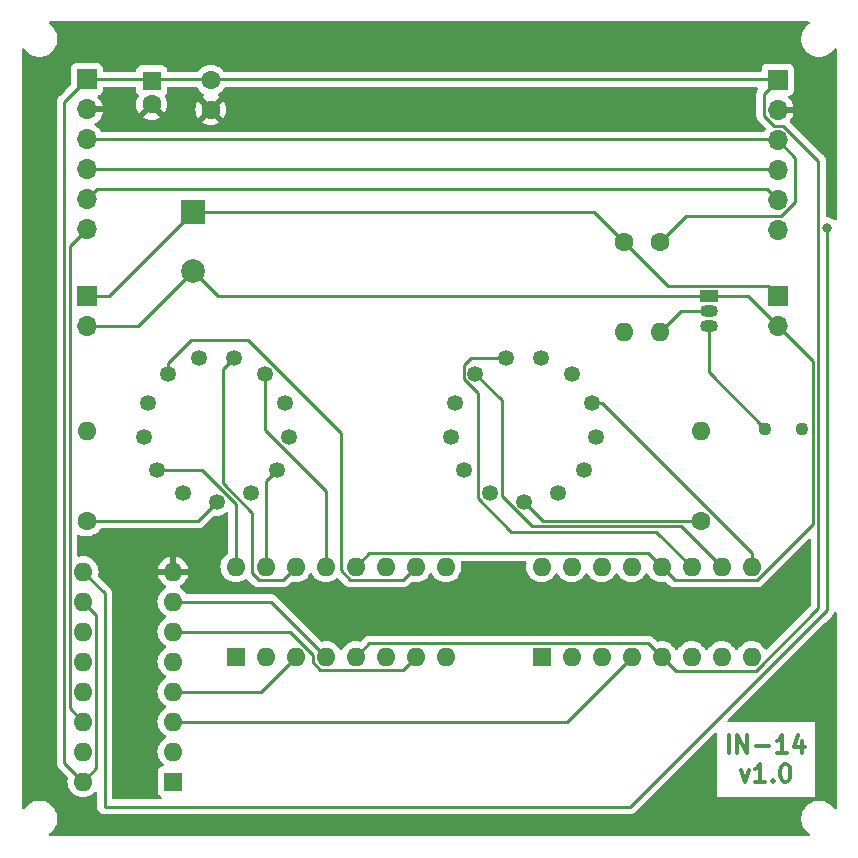
<source format=gbr>
%TF.GenerationSoftware,KiCad,Pcbnew,(6.0.9)*%
%TF.CreationDate,2022-12-23T11:45:30+05:30*%
%TF.ProjectId,IN-14 Panel,494e2d31-3420-4506-916e-656c2e6b6963,1.0*%
%TF.SameCoordinates,Original*%
%TF.FileFunction,Copper,L1,Top*%
%TF.FilePolarity,Positive*%
%FSLAX46Y46*%
G04 Gerber Fmt 4.6, Leading zero omitted, Abs format (unit mm)*
G04 Created by KiCad (PCBNEW (6.0.9)) date 2022-12-23 11:45:30*
%MOMM*%
%LPD*%
G01*
G04 APERTURE LIST*
%ADD10C,0.300000*%
%TA.AperFunction,NonConductor*%
%ADD11C,0.300000*%
%TD*%
%TA.AperFunction,ComponentPad*%
%ADD12C,1.600000*%
%TD*%
%TA.AperFunction,ComponentPad*%
%ADD13O,1.600000X1.600000*%
%TD*%
%TA.AperFunction,ComponentPad*%
%ADD14R,1.700000X1.700000*%
%TD*%
%TA.AperFunction,ComponentPad*%
%ADD15O,1.700000X1.700000*%
%TD*%
%TA.AperFunction,ComponentPad*%
%ADD16R,1.600000X1.600000*%
%TD*%
%TA.AperFunction,ComponentPad*%
%ADD17R,1.500000X1.050000*%
%TD*%
%TA.AperFunction,ComponentPad*%
%ADD18O,1.500000X1.050000*%
%TD*%
%TA.AperFunction,ComponentPad*%
%ADD19R,2.000000X2.000000*%
%TD*%
%TA.AperFunction,ComponentPad*%
%ADD20C,2.000000*%
%TD*%
%TA.AperFunction,ComponentPad*%
%ADD21C,1.107440*%
%TD*%
%TA.AperFunction,ComponentPad*%
%ADD22C,1.346200*%
%TD*%
%TA.AperFunction,ViaPad*%
%ADD23C,0.800000*%
%TD*%
%TA.AperFunction,Conductor*%
%ADD24C,0.250000*%
%TD*%
G04 APERTURE END LIST*
D10*
D11*
X165357142Y-132471071D02*
X165357142Y-130971071D01*
X166071428Y-132471071D02*
X166071428Y-130971071D01*
X166928571Y-132471071D01*
X166928571Y-130971071D01*
X167642857Y-131899642D02*
X168785714Y-131899642D01*
X170285714Y-132471071D02*
X169428571Y-132471071D01*
X169857142Y-132471071D02*
X169857142Y-130971071D01*
X169714285Y-131185357D01*
X169571428Y-131328214D01*
X169428571Y-131399642D01*
X171571428Y-131471071D02*
X171571428Y-132471071D01*
X171214285Y-130899642D02*
X170857142Y-131971071D01*
X171785714Y-131971071D01*
X166357142Y-133886071D02*
X166714285Y-134886071D01*
X167071428Y-133886071D01*
X168428571Y-134886071D02*
X167571428Y-134886071D01*
X168000000Y-134886071D02*
X168000000Y-133386071D01*
X167857142Y-133600357D01*
X167714285Y-133743214D01*
X167571428Y-133814642D01*
X169071428Y-134743214D02*
X169142857Y-134814642D01*
X169071428Y-134886071D01*
X169000000Y-134814642D01*
X169071428Y-134743214D01*
X169071428Y-134886071D01*
X170071428Y-133386071D02*
X170214285Y-133386071D01*
X170357142Y-133457500D01*
X170428571Y-133528928D01*
X170500000Y-133671785D01*
X170571428Y-133957500D01*
X170571428Y-134314642D01*
X170500000Y-134600357D01*
X170428571Y-134743214D01*
X170357142Y-134814642D01*
X170214285Y-134886071D01*
X170071428Y-134886071D01*
X169928571Y-134814642D01*
X169857142Y-134743214D01*
X169785714Y-134600357D01*
X169714285Y-134314642D01*
X169714285Y-133957500D01*
X169785714Y-133671785D01*
X169857142Y-133528928D01*
X169928571Y-133457500D01*
X170071428Y-133386071D01*
D12*
%TO.P,R4,1*%
%TO.N,Net-(N2-PadA)*%
X163000000Y-112810000D03*
D13*
%TO.P,R4,2*%
%TO.N,+180V*%
X163000000Y-105190000D03*
%TD*%
D14*
%TO.P,J2,1,Pin_1*%
%TO.N,+180V*%
X111000000Y-93725000D03*
D15*
%TO.P,J2,2,Pin_2*%
%TO.N,GND1*%
X111000000Y-96265000D03*
%TD*%
D16*
%TO.P,U1,1,QB*%
%TO.N,/QB*%
X118300000Y-134875000D03*
D13*
%TO.P,U1,2,QC*%
%TO.N,/QC*%
X118300000Y-132335000D03*
%TO.P,U1,3,QD*%
%TO.N,/QD*%
X118300000Y-129795000D03*
%TO.P,U1,4,QE*%
%TO.N,/QE*%
X118300000Y-127255000D03*
%TO.P,U1,5,QF*%
%TO.N,/QF*%
X118300000Y-124715000D03*
%TO.P,U1,6,QG*%
%TO.N,/QG*%
X118300000Y-122175000D03*
%TO.P,U1,7,QH*%
%TO.N,/QH*%
X118300000Y-119635000D03*
%TO.P,U1,8,GND*%
%TO.N,GND*%
X118300000Y-117095000D03*
%TO.P,U1,9,QH'*%
%TO.N,/SEROUT*%
X110680000Y-117095000D03*
%TO.P,U1,10,~{SRCLR}*%
%TO.N,VCC*%
X110680000Y-119635000D03*
%TO.P,U1,11,SRCLK*%
%TO.N,/SRCLK*%
X110680000Y-122175000D03*
%TO.P,U1,12,RCLK*%
%TO.N,/RCLK*%
X110680000Y-124715000D03*
%TO.P,U1,13,~{OE}*%
%TO.N,GND*%
X110680000Y-127255000D03*
%TO.P,U1,14,SER*%
%TO.N,/SERIN*%
X110680000Y-129795000D03*
%TO.P,U1,15,QA*%
%TO.N,/QA*%
X110680000Y-132335000D03*
%TO.P,U1,16,VCC*%
%TO.N,VCC*%
X110680000Y-134875000D03*
%TD*%
D17*
%TO.P,Q1,1,E*%
%TO.N,GND1*%
X163640000Y-93730000D03*
D18*
%TO.P,Q1,2,B*%
%TO.N,Net-(Q1-Pad2)*%
X163640000Y-95000000D03*
%TO.P,Q1,3,C*%
%TO.N,Net-(N3-PadK)*%
X163640000Y-96270000D03*
%TD*%
D19*
%TO.P,C1,1*%
%TO.N,+180V*%
X120000000Y-86632323D03*
D20*
%TO.P,C1,2*%
%TO.N,GND1*%
X120000000Y-91632323D03*
%TD*%
D14*
%TO.P,J3,1,Pin_1*%
%TO.N,VCC*%
X169500000Y-75460000D03*
D15*
%TO.P,J3,2,Pin_2*%
%TO.N,GND*%
X169500000Y-78000000D03*
%TO.P,J3,3,Pin_3*%
%TO.N,/NBLB{slash}INS1{slash}IN3*%
X169500000Y-80540000D03*
%TO.P,J3,4,Pin_4*%
%TO.N,/RCLK*%
X169500000Y-83080000D03*
%TO.P,J3,5,Pin_5*%
%TO.N,/SRCLK*%
X169500000Y-85620000D03*
%TO.P,J3,6,Pin_6*%
%TO.N,/SEROUT*%
X169500000Y-88160000D03*
%TD*%
D12*
%TO.P,C2,1*%
%TO.N,GND*%
X121500000Y-78000000D03*
%TO.P,C2,2*%
%TO.N,VCC*%
X121500000Y-75500000D03*
%TD*%
%TO.P,R1,1*%
%TO.N,/NBLB{slash}INS1{slash}IN3*%
X159500000Y-89190000D03*
D13*
%TO.P,R1,2*%
%TO.N,Net-(Q1-Pad2)*%
X159500000Y-96810000D03*
%TD*%
D12*
%TO.P,R2,1*%
%TO.N,+180V*%
X156500000Y-89190000D03*
D13*
%TO.P,R2,2*%
%TO.N,Net-(N3-PadA)*%
X156500000Y-96810000D03*
%TD*%
D14*
%TO.P,J4,1,Pin_1*%
%TO.N,VCC*%
X111000000Y-75420000D03*
D15*
%TO.P,J4,2,Pin_2*%
%TO.N,GND*%
X111000000Y-77960000D03*
%TO.P,J4,3,Pin_3*%
%TO.N,/NBLB{slash}INS1{slash}IN3*%
X111000000Y-80500000D03*
%TO.P,J4,4,Pin_4*%
%TO.N,/RCLK*%
X111000000Y-83040000D03*
%TO.P,J4,5,Pin_5*%
%TO.N,/SRCLK*%
X111000000Y-85580000D03*
%TO.P,J4,6,Pin_6*%
%TO.N,/SERIN*%
X111000000Y-88120000D03*
%TD*%
D14*
%TO.P,J1,1,Pin_1*%
%TO.N,+180V*%
X169500000Y-93725000D03*
D15*
%TO.P,J1,2,Pin_2*%
%TO.N,GND1*%
X169500000Y-96265000D03*
%TD*%
D12*
%TO.P,R3,1*%
%TO.N,Net-(N1-PadA)*%
X111000000Y-112810000D03*
D13*
%TO.P,R3,2*%
%TO.N,+180V*%
X111000000Y-105190000D03*
%TD*%
D16*
%TO.P,C3,1*%
%TO.N,VCC*%
X116500000Y-75544888D03*
D12*
%TO.P,C3,2*%
%TO.N,GND*%
X116500000Y-77544888D03*
%TD*%
D16*
%TO.P,M2,1,8*%
%TO.N,Net-(M2-Pad1)*%
X149500000Y-124300000D03*
D13*
%TO.P,M2,2,9*%
%TO.N,Net-(M2-Pad2)*%
X152040000Y-124300000D03*
%TO.P,M2,3,A*%
%TO.N,/QA*%
X154580000Y-124300000D03*
%TO.P,M2,4,D*%
%TO.N,/QD*%
X157120000Y-124300000D03*
%TO.P,M2,5,VCC*%
%TO.N,VCC*%
X159660000Y-124300000D03*
%TO.P,M2,6,B*%
%TO.N,/QB*%
X162200000Y-124300000D03*
%TO.P,M2,7,C*%
%TO.N,/QC*%
X164740000Y-124300000D03*
%TO.P,M2,8,2*%
%TO.N,Net-(M2-Pad8)*%
X167280000Y-124300000D03*
%TO.P,M2,9,3*%
%TO.N,Net-(M2-Pad9)*%
X167280000Y-116680000D03*
%TO.P,M2,10,7*%
%TO.N,Net-(M2-Pad10)*%
X164740000Y-116680000D03*
%TO.P,M2,11,6*%
%TO.N,Net-(M2-Pad11)*%
X162200000Y-116680000D03*
%TO.P,M2,12,GND*%
%TO.N,GND1*%
X159660000Y-116680000D03*
%TO.P,M2,13,4*%
%TO.N,Net-(M2-Pad13)*%
X157120000Y-116680000D03*
%TO.P,M2,14,5*%
%TO.N,Net-(M2-Pad14)*%
X154580000Y-116680000D03*
%TO.P,M2,15,1*%
%TO.N,Net-(M2-Pad15)*%
X152040000Y-116680000D03*
%TO.P,M2,16,0*%
%TO.N,Net-(M2-Pad16)*%
X149500000Y-116680000D03*
%TD*%
D16*
%TO.P,M1,1,8*%
%TO.N,Net-(M1-Pad1)*%
X123625000Y-124300000D03*
D13*
%TO.P,M1,2,9*%
%TO.N,Net-(M1-Pad2)*%
X126165000Y-124300000D03*
%TO.P,M1,3,A*%
%TO.N,/QE*%
X128705000Y-124300000D03*
%TO.P,M1,4,D*%
%TO.N,/QH*%
X131245000Y-124300000D03*
%TO.P,M1,5,VCC*%
%TO.N,VCC*%
X133785000Y-124300000D03*
%TO.P,M1,6,B*%
%TO.N,/QF*%
X136325000Y-124300000D03*
%TO.P,M1,7,C*%
%TO.N,/QG*%
X138865000Y-124300000D03*
%TO.P,M1,8,2*%
%TO.N,Net-(M1-Pad8)*%
X141405000Y-124300000D03*
%TO.P,M1,9,3*%
%TO.N,Net-(M1-Pad9)*%
X141405000Y-116680000D03*
%TO.P,M1,10,7*%
%TO.N,Net-(M1-Pad10)*%
X138865000Y-116680000D03*
%TO.P,M1,11,6*%
%TO.N,Net-(M1-Pad11)*%
X136325000Y-116680000D03*
%TO.P,M1,12,GND*%
%TO.N,GND1*%
X133785000Y-116680000D03*
%TO.P,M1,13,4*%
%TO.N,Net-(M1-Pad13)*%
X131245000Y-116680000D03*
%TO.P,M1,14,5*%
%TO.N,Net-(M1-Pad14)*%
X128705000Y-116680000D03*
%TO.P,M1,15,1*%
%TO.N,Net-(M1-Pad15)*%
X126165000Y-116680000D03*
%TO.P,M1,16,0*%
%TO.N,Net-(M1-Pad16)*%
X123625000Y-116680000D03*
%TD*%
D21*
%TO.P,N3,A,A*%
%TO.N,Net-(N3-PadA)*%
X171587500Y-105000000D03*
%TO.P,N3,K,K*%
%TO.N,Net-(N3-PadK)*%
X168412500Y-105000000D03*
%TD*%
D22*
%TO.P,N1,0,0*%
%TO.N,Net-(M1-Pad16)*%
X116907300Y-108515360D03*
%TO.P,N1,1,1*%
%TO.N,Net-(M1-Pad15)*%
X127092700Y-108515360D03*
%TO.P,N1,2,2*%
%TO.N,Net-(M1-Pad8)*%
X128144260Y-105744220D03*
%TO.P,N1,3,3*%
%TO.N,Net-(M1-Pad9)*%
X127786120Y-102805440D03*
%TO.P,N1,4,4*%
%TO.N,Net-(M1-Pad13)*%
X126104640Y-100367040D03*
%TO.P,N1,5,5*%
%TO.N,Net-(M1-Pad14)*%
X123480820Y-98990360D03*
%TO.P,N1,6,6*%
%TO.N,Net-(M1-Pad11)*%
X120519180Y-98990360D03*
%TO.P,N1,7,7*%
%TO.N,Net-(M1-Pad10)*%
X117895360Y-100367040D03*
%TO.P,N1,8,8*%
%TO.N,Net-(M1-Pad1)*%
X116213880Y-102805440D03*
%TO.P,N1,9,9*%
%TO.N,Net-(M1-Pad2)*%
X115855740Y-105744220D03*
%TO.P,N1,A,A*%
%TO.N,Net-(N1-PadA)*%
X122000000Y-111187440D03*
%TO.P,N1,LHDP,LHDP*%
%TO.N,unconnected-(N1-PadLHDP)*%
X119124720Y-110478780D03*
%TO.P,N1,RHDP,RHDP*%
%TO.N,unconnected-(N1-PadRHDP)*%
X124875280Y-110478780D03*
%TD*%
%TO.P,N2,0,0*%
%TO.N,Net-(M2-Pad16)*%
X142907300Y-108515360D03*
%TO.P,N2,1,1*%
%TO.N,Net-(M2-Pad15)*%
X153092700Y-108515360D03*
%TO.P,N2,2,2*%
%TO.N,Net-(M2-Pad8)*%
X154144260Y-105744220D03*
%TO.P,N2,3,3*%
%TO.N,Net-(M2-Pad9)*%
X153786120Y-102805440D03*
%TO.P,N2,4,4*%
%TO.N,Net-(M2-Pad13)*%
X152104640Y-100367040D03*
%TO.P,N2,5,5*%
%TO.N,Net-(M2-Pad14)*%
X149480820Y-98990360D03*
%TO.P,N2,6,6*%
%TO.N,Net-(M2-Pad11)*%
X146519180Y-98990360D03*
%TO.P,N2,7,7*%
%TO.N,Net-(M2-Pad10)*%
X143895360Y-100367040D03*
%TO.P,N2,8,8*%
%TO.N,Net-(M2-Pad1)*%
X142213880Y-102805440D03*
%TO.P,N2,9,9*%
%TO.N,Net-(M2-Pad2)*%
X141855740Y-105744220D03*
%TO.P,N2,A,A*%
%TO.N,Net-(N2-PadA)*%
X148000000Y-111187440D03*
%TO.P,N2,LHDP,LHDP*%
%TO.N,unconnected-(N2-PadLHDP)*%
X145124720Y-110478780D03*
%TO.P,N2,RHDP,RHDP*%
%TO.N,unconnected-(N2-PadRHDP)*%
X150875280Y-110478780D03*
%TD*%
D23*
%TO.N,/SEROUT*%
X173674500Y-88000000D03*
%TD*%
D24*
%TO.N,+180V*%
X153942323Y-86632323D02*
X156500000Y-89190000D01*
X120000000Y-86632323D02*
X153942323Y-86632323D01*
X111000000Y-93725000D02*
X112907323Y-93725000D01*
X168655000Y-92880000D02*
X169500000Y-93725000D01*
X156500000Y-89190000D02*
X160190000Y-92880000D01*
X112907323Y-93725000D02*
X120000000Y-86632323D01*
X160190000Y-92880000D02*
X168655000Y-92880000D01*
%TO.N,GND1*%
X158535000Y-115555000D02*
X134910000Y-115555000D01*
X120000000Y-91632323D02*
X122097677Y-93730000D01*
X172500000Y-113050991D02*
X167745991Y-117805000D01*
X134910000Y-115555000D02*
X133785000Y-116680000D01*
X122097677Y-93730000D02*
X163640000Y-93730000D01*
X111000000Y-96265000D02*
X115367323Y-96265000D01*
X115367323Y-96265000D02*
X120000000Y-91632323D01*
X167745991Y-117805000D02*
X160785000Y-117805000D01*
X160785000Y-117805000D02*
X159660000Y-116680000D01*
X159660000Y-116680000D02*
X158535000Y-115555000D01*
X163640000Y-93730000D02*
X166965000Y-93730000D01*
X169500000Y-96265000D02*
X172500000Y-99265000D01*
X172500000Y-99265000D02*
X172500000Y-113050991D01*
X166965000Y-93730000D02*
X169500000Y-96265000D01*
%TO.N,VCC*%
X168325000Y-78486701D02*
X169203299Y-79365000D01*
X160860000Y-125500000D02*
X159660000Y-124300000D01*
X111000000Y-75420000D02*
X109105000Y-77315000D01*
X169203299Y-79365000D02*
X169986701Y-79365000D01*
X169986701Y-79365000D02*
X172950000Y-82328299D01*
X169460000Y-75420000D02*
X169500000Y-75460000D01*
X111805000Y-120760000D02*
X110680000Y-119635000D01*
X134910000Y-123175000D02*
X133785000Y-124300000D01*
X168325000Y-76635000D02*
X168325000Y-78486701D01*
X159660000Y-124300000D02*
X158535000Y-123175000D01*
X111805000Y-133750000D02*
X111805000Y-120760000D01*
X169500000Y-75460000D02*
X168325000Y-76635000D01*
X109105000Y-77315000D02*
X109105000Y-133300000D01*
X109105000Y-133300000D02*
X110680000Y-134875000D01*
X172950000Y-82328299D02*
X172950000Y-120220991D01*
X111000000Y-75420000D02*
X169460000Y-75420000D01*
X172950000Y-120220991D02*
X167670991Y-125500000D01*
X110680000Y-134875000D02*
X111805000Y-133750000D01*
X158535000Y-123175000D02*
X134910000Y-123175000D01*
X167670991Y-125500000D02*
X160860000Y-125500000D01*
%TO.N,/NBLB{slash}INS1{slash}IN3*%
X169460000Y-80500000D02*
X169500000Y-80540000D01*
X171000000Y-85781701D02*
X171000000Y-82040000D01*
X161705000Y-86985000D02*
X169796701Y-86985000D01*
X171000000Y-82040000D02*
X169500000Y-80540000D01*
X169796701Y-86985000D02*
X171000000Y-85781701D01*
X159500000Y-89190000D02*
X161705000Y-86985000D01*
X111000000Y-80500000D02*
X169460000Y-80500000D01*
%TO.N,/RCLK*%
X169460000Y-83040000D02*
X169500000Y-83080000D01*
X111000000Y-83040000D02*
X169460000Y-83040000D01*
%TO.N,/SRCLK*%
X111850000Y-84730000D02*
X168610000Y-84730000D01*
X168610000Y-84730000D02*
X169500000Y-85620000D01*
X111000000Y-85580000D02*
X111850000Y-84730000D01*
%TO.N,/SEROUT*%
X112500000Y-118915000D02*
X112500000Y-137000000D01*
X110680000Y-117095000D02*
X112500000Y-118915000D01*
X157000000Y-137000000D02*
X173000000Y-121000000D01*
X173674500Y-120325500D02*
X173674500Y-88000000D01*
X173000000Y-121000000D02*
X173674500Y-120325500D01*
X112500000Y-137000000D02*
X157000000Y-137000000D01*
%TO.N,/SERIN*%
X109555000Y-89565000D02*
X109555000Y-128670000D01*
X109555000Y-128670000D02*
X110680000Y-129795000D01*
X111000000Y-88120000D02*
X109555000Y-89565000D01*
%TO.N,/QE*%
X125750000Y-127255000D02*
X128705000Y-124300000D01*
X118300000Y-127255000D02*
X125750000Y-127255000D01*
%TO.N,/QH*%
X126580000Y-119635000D02*
X131245000Y-124300000D01*
X118300000Y-119635000D02*
X126580000Y-119635000D01*
%TO.N,/QG*%
X130120000Y-124765991D02*
X130779009Y-125425000D01*
X130120000Y-124120000D02*
X130120000Y-124765991D01*
X130779009Y-125425000D02*
X137740000Y-125425000D01*
X118300000Y-122175000D02*
X128175000Y-122175000D01*
X128175000Y-122175000D02*
X130120000Y-124120000D01*
X137740000Y-125425000D02*
X138865000Y-124300000D01*
%TO.N,Net-(M1-Pad10)*%
X132500000Y-105350873D02*
X124649127Y-97500000D01*
X133319009Y-117805000D02*
X132500000Y-116985991D01*
X137740000Y-117805000D02*
X133319009Y-117805000D01*
X124649127Y-97500000D02*
X119810493Y-97500000D01*
X117895360Y-99415133D02*
X117895360Y-100367040D01*
X138865000Y-116680000D02*
X137740000Y-117805000D01*
X132500000Y-116985991D02*
X132500000Y-105350873D01*
X119810493Y-97500000D02*
X117895360Y-99415133D01*
%TO.N,Net-(M1-Pad13)*%
X131245000Y-116680000D02*
X131245000Y-110256487D01*
X126104640Y-105116127D02*
X126104640Y-100367040D01*
X131245000Y-110256487D02*
X126104640Y-105116127D01*
%TO.N,Net-(M1-Pad14)*%
X128705000Y-116680000D02*
X127580000Y-117805000D01*
X124976880Y-117226880D02*
X124976880Y-112116397D01*
X125555000Y-117805000D02*
X124976880Y-117226880D01*
X127580000Y-117805000D02*
X125555000Y-117805000D01*
X122500000Y-109639517D02*
X122500000Y-99971180D01*
X124976880Y-112116397D02*
X122500000Y-109639517D01*
X122500000Y-99971180D02*
X123480820Y-98990360D01*
%TO.N,Net-(M1-Pad15)*%
X126165000Y-109443060D02*
X127092700Y-108515360D01*
X126165000Y-116680000D02*
X126165000Y-109443060D01*
%TO.N,Net-(M1-Pad16)*%
X120739447Y-108515360D02*
X116907300Y-108515360D01*
X123625000Y-111400913D02*
X120739447Y-108515360D01*
X123625000Y-116680000D02*
X123625000Y-111400913D01*
%TO.N,/QD*%
X118300000Y-129795000D02*
X151625000Y-129795000D01*
X151625000Y-129795000D02*
X157120000Y-124300000D01*
%TO.N,Net-(M2-Pad9)*%
X167280000Y-115499009D02*
X154586431Y-102805440D01*
X154586431Y-102805440D02*
X153786120Y-102805440D01*
X167280000Y-116680000D02*
X167280000Y-115499009D01*
%TO.N,Net-(M2-Pad10)*%
X146122820Y-110721787D02*
X146122820Y-102594500D01*
X146122820Y-102594500D02*
X143895360Y-100367040D01*
X161320000Y-113260000D02*
X148661033Y-113260000D01*
X148661033Y-113260000D02*
X146122820Y-110721787D01*
X164740000Y-116680000D02*
X161320000Y-113260000D01*
%TO.N,Net-(M2-Pad11)*%
X142897260Y-100780467D02*
X142897260Y-99602740D01*
X143509640Y-98990360D02*
X146519180Y-98990360D01*
X159230000Y-113710000D02*
X146944413Y-113710000D01*
X142897260Y-99602740D02*
X143509640Y-98990360D01*
X162200000Y-116680000D02*
X159230000Y-113710000D01*
X146944413Y-113710000D02*
X144126620Y-110892207D01*
X144126620Y-102009827D02*
X142897260Y-100780467D01*
X144126620Y-110892207D02*
X144126620Y-102009827D01*
%TO.N,Net-(N1-PadA)*%
X111000000Y-112810000D02*
X120377440Y-112810000D01*
X120377440Y-112810000D02*
X122000000Y-111187440D01*
%TO.N,Net-(N2-PadA)*%
X149622560Y-112810000D02*
X163000000Y-112810000D01*
X148000000Y-111187440D02*
X149622560Y-112810000D01*
%TO.N,Net-(N3-PadK)*%
X163640000Y-100227500D02*
X168412500Y-105000000D01*
X163640000Y-96270000D02*
X163640000Y-100227500D01*
%TO.N,Net-(Q1-Pad2)*%
X161310000Y-95000000D02*
X163640000Y-95000000D01*
X159500000Y-96810000D02*
X161310000Y-95000000D01*
%TD*%
%TA.AperFunction,Conductor*%
%TO.N,GND*%
G36*
X172168175Y-70528502D02*
G01*
X172214668Y-70582158D01*
X172224772Y-70652432D01*
X172195278Y-70717012D01*
X172165890Y-70741933D01*
X172110584Y-70775824D01*
X171930031Y-70930031D01*
X171775824Y-71110584D01*
X171773245Y-71114792D01*
X171773241Y-71114798D01*
X171654346Y-71308817D01*
X171651760Y-71313037D01*
X171560895Y-71532406D01*
X171559740Y-71537218D01*
X171513420Y-71730155D01*
X171505465Y-71763289D01*
X171487308Y-71993995D01*
X171486835Y-72000000D01*
X171505465Y-72236711D01*
X171506619Y-72241518D01*
X171506620Y-72241524D01*
X171536601Y-72366401D01*
X171560895Y-72467594D01*
X171651760Y-72686963D01*
X171654346Y-72691183D01*
X171773241Y-72885202D01*
X171773245Y-72885208D01*
X171775824Y-72889416D01*
X171930031Y-73069969D01*
X172110584Y-73224176D01*
X172114792Y-73226755D01*
X172114798Y-73226759D01*
X172308817Y-73345654D01*
X172313037Y-73348240D01*
X172317607Y-73350133D01*
X172317611Y-73350135D01*
X172527833Y-73437211D01*
X172532406Y-73439105D01*
X172612609Y-73458360D01*
X172758476Y-73493380D01*
X172758482Y-73493381D01*
X172763289Y-73494535D01*
X173000000Y-73513165D01*
X173236711Y-73494535D01*
X173241518Y-73493381D01*
X173241524Y-73493380D01*
X173387391Y-73458360D01*
X173467594Y-73439105D01*
X173472167Y-73437211D01*
X173682389Y-73350135D01*
X173682393Y-73350133D01*
X173686963Y-73348240D01*
X173691183Y-73345654D01*
X173885202Y-73226759D01*
X173885208Y-73226755D01*
X173889416Y-73224176D01*
X174069969Y-73069969D01*
X174224176Y-72889416D01*
X174258067Y-72834111D01*
X174310715Y-72786480D01*
X174380756Y-72774873D01*
X174445954Y-72802976D01*
X174485608Y-72861867D01*
X174491500Y-72899946D01*
X174491500Y-87224318D01*
X174471498Y-87292439D01*
X174417842Y-87338932D01*
X174347568Y-87349036D01*
X174286319Y-87320355D01*
X174285753Y-87321134D01*
X174281711Y-87318197D01*
X174281710Y-87318196D01*
X174182998Y-87246478D01*
X174136594Y-87212763D01*
X174136593Y-87212762D01*
X174131252Y-87208882D01*
X174125224Y-87206198D01*
X174125222Y-87206197D01*
X173962819Y-87133891D01*
X173962818Y-87133891D01*
X173956788Y-87131206D01*
X173863388Y-87111353D01*
X173776444Y-87092872D01*
X173776439Y-87092872D01*
X173769987Y-87091500D01*
X173709500Y-87091500D01*
X173641379Y-87071498D01*
X173594886Y-87017842D01*
X173583500Y-86965500D01*
X173583500Y-82407067D01*
X173584027Y-82395884D01*
X173585702Y-82388391D01*
X173583562Y-82320300D01*
X173583500Y-82316343D01*
X173583500Y-82288443D01*
X173582996Y-82284452D01*
X173582063Y-82272610D01*
X173580923Y-82236335D01*
X173580674Y-82228410D01*
X173576086Y-82212617D01*
X173575021Y-82208951D01*
X173571012Y-82189592D01*
X173570070Y-82182138D01*
X173568474Y-82169502D01*
X173565558Y-82162136D01*
X173565556Y-82162130D01*
X173552200Y-82128397D01*
X173548355Y-82117167D01*
X173538230Y-82082316D01*
X173538230Y-82082315D01*
X173536019Y-82074706D01*
X173525705Y-82057265D01*
X173517008Y-82039512D01*
X173512472Y-82028057D01*
X173509552Y-82020682D01*
X173483563Y-81984911D01*
X173477047Y-81974991D01*
X173458578Y-81943762D01*
X173454542Y-81936937D01*
X173440221Y-81922616D01*
X173427380Y-81907582D01*
X173420131Y-81897605D01*
X173415472Y-81891192D01*
X173381395Y-81863001D01*
X173372616Y-81855011D01*
X170556146Y-79038540D01*
X170522120Y-78976228D01*
X170527185Y-78905412D01*
X170542918Y-78875919D01*
X170665008Y-78706011D01*
X170670313Y-78697183D01*
X170764670Y-78506267D01*
X170768469Y-78496672D01*
X170830377Y-78292910D01*
X170832555Y-78282837D01*
X170833986Y-78271962D01*
X170831775Y-78257778D01*
X170818617Y-78254000D01*
X169372000Y-78254000D01*
X169303879Y-78233998D01*
X169257386Y-78180342D01*
X169246000Y-78128000D01*
X169246000Y-77872000D01*
X169266002Y-77803879D01*
X169319658Y-77757386D01*
X169372000Y-77746000D01*
X170818344Y-77746000D01*
X170831875Y-77742027D01*
X170833180Y-77732947D01*
X170791214Y-77565875D01*
X170787894Y-77556124D01*
X170702972Y-77360814D01*
X170698105Y-77351739D01*
X170582426Y-77172926D01*
X170576136Y-77164757D01*
X170432293Y-77006677D01*
X170401241Y-76942831D01*
X170409635Y-76872333D01*
X170454812Y-76817564D01*
X170481256Y-76803895D01*
X170588297Y-76763767D01*
X170596705Y-76760615D01*
X170713261Y-76673261D01*
X170800615Y-76556705D01*
X170851745Y-76420316D01*
X170858500Y-76358134D01*
X170858500Y-74561866D01*
X170851745Y-74499684D01*
X170800615Y-74363295D01*
X170713261Y-74246739D01*
X170596705Y-74159385D01*
X170460316Y-74108255D01*
X170398134Y-74101500D01*
X168601866Y-74101500D01*
X168539684Y-74108255D01*
X168403295Y-74159385D01*
X168286739Y-74246739D01*
X168199385Y-74363295D01*
X168148255Y-74499684D01*
X168141500Y-74561866D01*
X168141500Y-74660500D01*
X168121498Y-74728621D01*
X168067842Y-74775114D01*
X168015500Y-74786500D01*
X122663377Y-74786500D01*
X122595256Y-74766498D01*
X122560164Y-74732771D01*
X122509357Y-74660211D01*
X122509355Y-74660208D01*
X122506198Y-74655700D01*
X122344300Y-74493802D01*
X122339792Y-74490645D01*
X122339789Y-74490643D01*
X122194352Y-74388807D01*
X122156749Y-74362477D01*
X122151767Y-74360154D01*
X122151762Y-74360151D01*
X121954225Y-74268039D01*
X121954224Y-74268039D01*
X121949243Y-74265716D01*
X121943935Y-74264294D01*
X121943933Y-74264293D01*
X121733402Y-74207881D01*
X121733400Y-74207881D01*
X121728087Y-74206457D01*
X121500000Y-74186502D01*
X121271913Y-74206457D01*
X121266600Y-74207881D01*
X121266598Y-74207881D01*
X121056067Y-74264293D01*
X121056065Y-74264294D01*
X121050757Y-74265716D01*
X121045776Y-74268039D01*
X121045775Y-74268039D01*
X120848238Y-74360151D01*
X120848233Y-74360154D01*
X120843251Y-74362477D01*
X120805648Y-74388807D01*
X120660211Y-74490643D01*
X120660208Y-74490645D01*
X120655700Y-74493802D01*
X120493802Y-74655700D01*
X120490645Y-74660208D01*
X120490643Y-74660211D01*
X120439836Y-74732771D01*
X120384379Y-74777099D01*
X120336623Y-74786500D01*
X117931303Y-74786500D01*
X117863182Y-74766498D01*
X117816689Y-74712842D01*
X117806040Y-74674108D01*
X117802598Y-74642428D01*
X117801745Y-74634572D01*
X117750615Y-74498183D01*
X117663261Y-74381627D01*
X117546705Y-74294273D01*
X117410316Y-74243143D01*
X117348134Y-74236388D01*
X115651866Y-74236388D01*
X115589684Y-74243143D01*
X115453295Y-74294273D01*
X115336739Y-74381627D01*
X115249385Y-74498183D01*
X115198255Y-74634572D01*
X115197402Y-74642428D01*
X115193960Y-74674108D01*
X115166718Y-74739670D01*
X115108355Y-74780096D01*
X115068697Y-74786500D01*
X112484500Y-74786500D01*
X112416379Y-74766498D01*
X112369886Y-74712842D01*
X112358500Y-74660500D01*
X112358500Y-74521866D01*
X112351745Y-74459684D01*
X112300615Y-74323295D01*
X112213261Y-74206739D01*
X112096705Y-74119385D01*
X111960316Y-74068255D01*
X111898134Y-74061500D01*
X110101866Y-74061500D01*
X110039684Y-74068255D01*
X109903295Y-74119385D01*
X109786739Y-74206739D01*
X109699385Y-74323295D01*
X109648255Y-74459684D01*
X109641500Y-74521866D01*
X109641500Y-75830405D01*
X109621498Y-75898526D01*
X109604595Y-75919501D01*
X109151635Y-76372460D01*
X108712742Y-76811353D01*
X108704463Y-76818887D01*
X108697982Y-76823000D01*
X108669446Y-76853388D01*
X108651357Y-76872651D01*
X108648602Y-76875493D01*
X108628865Y-76895230D01*
X108626385Y-76898427D01*
X108618682Y-76907447D01*
X108588414Y-76939679D01*
X108584595Y-76946625D01*
X108584593Y-76946628D01*
X108578652Y-76957434D01*
X108567801Y-76973953D01*
X108555386Y-76989959D01*
X108552241Y-76997228D01*
X108552238Y-76997232D01*
X108537826Y-77030537D01*
X108532609Y-77041187D01*
X108511305Y-77079940D01*
X108509334Y-77087615D01*
X108509334Y-77087616D01*
X108506267Y-77099562D01*
X108499863Y-77118266D01*
X108491819Y-77136855D01*
X108490580Y-77144678D01*
X108490577Y-77144688D01*
X108484901Y-77180524D01*
X108482495Y-77192144D01*
X108471500Y-77234970D01*
X108471500Y-77255224D01*
X108469949Y-77274934D01*
X108466780Y-77294943D01*
X108467526Y-77302835D01*
X108470941Y-77338961D01*
X108471500Y-77350819D01*
X108471500Y-133221233D01*
X108470973Y-133232416D01*
X108469298Y-133239909D01*
X108469547Y-133247835D01*
X108469547Y-133247836D01*
X108471438Y-133307986D01*
X108471500Y-133311945D01*
X108471500Y-133339856D01*
X108471997Y-133343790D01*
X108471997Y-133343791D01*
X108472005Y-133343856D01*
X108472938Y-133355693D01*
X108474327Y-133399889D01*
X108478871Y-133415529D01*
X108479978Y-133419339D01*
X108483987Y-133438700D01*
X108486526Y-133458797D01*
X108489445Y-133466168D01*
X108489445Y-133466170D01*
X108502804Y-133499912D01*
X108506649Y-133511142D01*
X108516771Y-133545983D01*
X108518982Y-133553593D01*
X108523015Y-133560412D01*
X108523017Y-133560417D01*
X108529293Y-133571028D01*
X108537988Y-133588776D01*
X108545448Y-133607617D01*
X108550110Y-133614033D01*
X108550110Y-133614034D01*
X108571436Y-133643387D01*
X108577952Y-133653307D01*
X108600458Y-133691362D01*
X108614779Y-133705683D01*
X108627619Y-133720716D01*
X108639528Y-133737107D01*
X108645634Y-133742158D01*
X108673605Y-133765298D01*
X108682384Y-133773288D01*
X109370848Y-134461752D01*
X109404874Y-134524064D01*
X109403459Y-134583459D01*
X109387882Y-134641591D01*
X109387880Y-134641602D01*
X109386457Y-134646913D01*
X109366502Y-134875000D01*
X109386457Y-135103087D01*
X109445716Y-135324243D01*
X109448039Y-135329224D01*
X109448039Y-135329225D01*
X109540151Y-135526762D01*
X109540154Y-135526767D01*
X109542477Y-135531749D01*
X109673802Y-135719300D01*
X109835700Y-135881198D01*
X109840208Y-135884355D01*
X109840211Y-135884357D01*
X109881542Y-135913297D01*
X110023251Y-136012523D01*
X110028233Y-136014846D01*
X110028238Y-136014849D01*
X110225775Y-136106961D01*
X110230757Y-136109284D01*
X110236065Y-136110706D01*
X110236067Y-136110707D01*
X110446598Y-136167119D01*
X110446600Y-136167119D01*
X110451913Y-136168543D01*
X110680000Y-136188498D01*
X110908087Y-136168543D01*
X110913400Y-136167119D01*
X110913402Y-136167119D01*
X111123933Y-136110707D01*
X111123935Y-136110706D01*
X111129243Y-136109284D01*
X111134225Y-136106961D01*
X111331762Y-136014849D01*
X111331767Y-136014846D01*
X111336749Y-136012523D01*
X111478458Y-135913297D01*
X111519789Y-135884357D01*
X111519792Y-135884355D01*
X111524300Y-135881198D01*
X111651405Y-135754093D01*
X111713717Y-135720067D01*
X111784532Y-135725132D01*
X111841368Y-135767679D01*
X111866179Y-135834199D01*
X111866500Y-135843188D01*
X111866500Y-136928207D01*
X111864268Y-136951816D01*
X111862725Y-136959906D01*
X111863223Y-136967817D01*
X111866251Y-137015951D01*
X111866500Y-137023862D01*
X111866500Y-137039856D01*
X111868506Y-137055730D01*
X111869249Y-137063598D01*
X111872205Y-137110584D01*
X111872775Y-137119650D01*
X111875225Y-137127191D01*
X111875321Y-137127487D01*
X111880494Y-137150631D01*
X111880532Y-137150935D01*
X111880533Y-137150940D01*
X111881526Y-137158797D01*
X111884442Y-137166162D01*
X111884443Y-137166166D01*
X111902199Y-137211011D01*
X111904871Y-137218430D01*
X111922236Y-137271875D01*
X111926486Y-137278571D01*
X111926486Y-137278572D01*
X111926650Y-137278831D01*
X111937415Y-137299958D01*
X111937529Y-137300246D01*
X111937532Y-137300251D01*
X111940448Y-137307617D01*
X111945104Y-137314025D01*
X111945107Y-137314031D01*
X111973458Y-137353052D01*
X111977901Y-137359589D01*
X112008000Y-137407018D01*
X112013778Y-137412444D01*
X112013779Y-137412445D01*
X112014007Y-137412659D01*
X112029688Y-137430446D01*
X112034528Y-137437107D01*
X112040637Y-137442161D01*
X112040638Y-137442162D01*
X112077796Y-137472903D01*
X112083730Y-137478134D01*
X112118898Y-137511158D01*
X112118901Y-137511160D01*
X112124679Y-137516586D01*
X112131903Y-137520558D01*
X112151506Y-137533881D01*
X112151746Y-137534080D01*
X112151753Y-137534084D01*
X112157856Y-137539133D01*
X112183802Y-137551342D01*
X112208676Y-137563047D01*
X112215708Y-137566629D01*
X112264940Y-137593695D01*
X112272615Y-137595665D01*
X112272621Y-137595668D01*
X112272919Y-137595744D01*
X112295228Y-137603776D01*
X112295503Y-137603906D01*
X112295511Y-137603909D01*
X112302682Y-137607283D01*
X112357849Y-137617806D01*
X112365558Y-137619529D01*
X112399551Y-137628257D01*
X112412293Y-137631529D01*
X112412294Y-137631529D01*
X112419970Y-137633500D01*
X112428207Y-137633500D01*
X112451816Y-137635732D01*
X112452119Y-137635790D01*
X112452123Y-137635790D01*
X112459906Y-137637275D01*
X112515951Y-137633749D01*
X112523862Y-137633500D01*
X156921233Y-137633500D01*
X156932416Y-137634027D01*
X156939909Y-137635702D01*
X156947835Y-137635453D01*
X156947836Y-137635453D01*
X157007986Y-137633562D01*
X157011945Y-137633500D01*
X157039856Y-137633500D01*
X157043791Y-137633003D01*
X157043856Y-137632995D01*
X157055693Y-137632062D01*
X157087951Y-137631048D01*
X157091970Y-137630922D01*
X157099889Y-137630673D01*
X157119343Y-137625021D01*
X157138700Y-137621013D01*
X157150930Y-137619468D01*
X157150931Y-137619468D01*
X157158797Y-137618474D01*
X157166168Y-137615555D01*
X157166170Y-137615555D01*
X157199912Y-137602196D01*
X157211142Y-137598351D01*
X157245983Y-137588229D01*
X157245984Y-137588229D01*
X157253593Y-137586018D01*
X157260412Y-137581985D01*
X157260417Y-137581983D01*
X157271028Y-137575707D01*
X157288776Y-137567012D01*
X157307617Y-137559552D01*
X157343387Y-137533564D01*
X157353307Y-137527048D01*
X157384535Y-137508580D01*
X157384538Y-137508578D01*
X157391362Y-137504542D01*
X157405683Y-137490221D01*
X157420717Y-137477380D01*
X157430694Y-137470131D01*
X157437107Y-137465472D01*
X157465298Y-137431395D01*
X157473288Y-137422616D01*
X164126405Y-130769499D01*
X164188717Y-130735473D01*
X164259532Y-130740538D01*
X164316368Y-130783085D01*
X164341179Y-130849605D01*
X164341500Y-130858594D01*
X164341500Y-136148500D01*
X172658500Y-136148500D01*
X172658500Y-129851500D01*
X165348594Y-129851500D01*
X165280473Y-129831498D01*
X165233980Y-129777842D01*
X165223876Y-129707568D01*
X165253370Y-129642988D01*
X165259499Y-129636405D01*
X169269943Y-125625962D01*
X173476138Y-121419767D01*
X174066758Y-120829148D01*
X174075038Y-120821613D01*
X174081518Y-120817500D01*
X174128144Y-120767848D01*
X174130898Y-120765007D01*
X174150635Y-120745270D01*
X174153115Y-120742073D01*
X174160820Y-120733051D01*
X174185659Y-120706600D01*
X174191086Y-120700821D01*
X174194905Y-120693875D01*
X174194907Y-120693872D01*
X174200848Y-120683066D01*
X174211699Y-120666547D01*
X174219258Y-120656801D01*
X174224114Y-120650541D01*
X174227259Y-120643272D01*
X174227262Y-120643268D01*
X174241674Y-120609963D01*
X174246896Y-120599303D01*
X174255085Y-120584407D01*
X174305430Y-120534348D01*
X174374847Y-120519454D01*
X174441296Y-120544454D01*
X174483681Y-120601411D01*
X174491500Y-120645107D01*
X174491500Y-137100054D01*
X174471498Y-137168175D01*
X174417842Y-137214668D01*
X174347568Y-137224772D01*
X174282988Y-137195278D01*
X174258067Y-137165889D01*
X174234353Y-137127191D01*
X174224176Y-137110584D01*
X174069969Y-136930031D01*
X173889416Y-136775824D01*
X173885208Y-136773245D01*
X173885202Y-136773241D01*
X173691183Y-136654346D01*
X173686963Y-136651760D01*
X173682393Y-136649867D01*
X173682389Y-136649865D01*
X173472167Y-136562789D01*
X173472165Y-136562788D01*
X173467594Y-136560895D01*
X173387391Y-136541640D01*
X173241524Y-136506620D01*
X173241518Y-136506619D01*
X173236711Y-136505465D01*
X173000000Y-136486835D01*
X172763289Y-136505465D01*
X172758482Y-136506619D01*
X172758476Y-136506620D01*
X172612609Y-136541640D01*
X172532406Y-136560895D01*
X172527835Y-136562788D01*
X172527833Y-136562789D01*
X172317611Y-136649865D01*
X172317607Y-136649867D01*
X172313037Y-136651760D01*
X172308817Y-136654346D01*
X172114798Y-136773241D01*
X172114792Y-136773245D01*
X172110584Y-136775824D01*
X171930031Y-136930031D01*
X171775824Y-137110584D01*
X171773245Y-137114792D01*
X171773241Y-137114798D01*
X171666559Y-137288888D01*
X171651760Y-137313037D01*
X171649867Y-137317607D01*
X171649865Y-137317611D01*
X171570764Y-137508580D01*
X171560895Y-137532406D01*
X171546181Y-137593695D01*
X171513420Y-137730155D01*
X171505465Y-137763289D01*
X171487308Y-137993995D01*
X171486835Y-138000000D01*
X171505465Y-138236711D01*
X171506619Y-138241518D01*
X171506620Y-138241524D01*
X171536601Y-138366401D01*
X171560895Y-138467594D01*
X171651760Y-138686963D01*
X171654346Y-138691183D01*
X171773241Y-138885202D01*
X171773245Y-138885208D01*
X171775824Y-138889416D01*
X171930031Y-139069969D01*
X172110584Y-139224176D01*
X172165889Y-139258067D01*
X172213520Y-139310715D01*
X172225127Y-139380756D01*
X172197024Y-139445954D01*
X172138133Y-139485608D01*
X172100054Y-139491500D01*
X107899946Y-139491500D01*
X107831825Y-139471498D01*
X107785332Y-139417842D01*
X107775228Y-139347568D01*
X107804722Y-139282988D01*
X107834111Y-139258067D01*
X107889416Y-139224176D01*
X108069969Y-139069969D01*
X108224176Y-138889416D01*
X108226755Y-138885208D01*
X108226759Y-138885202D01*
X108345654Y-138691183D01*
X108348240Y-138686963D01*
X108439105Y-138467594D01*
X108463399Y-138366401D01*
X108493380Y-138241524D01*
X108493381Y-138241518D01*
X108494535Y-138236711D01*
X108513165Y-138000000D01*
X108494535Y-137763289D01*
X108486581Y-137730155D01*
X108453819Y-137593695D01*
X108439105Y-137532406D01*
X108429236Y-137508580D01*
X108350135Y-137317611D01*
X108350133Y-137317607D01*
X108348240Y-137313037D01*
X108333441Y-137288888D01*
X108226759Y-137114798D01*
X108226755Y-137114792D01*
X108224176Y-137110584D01*
X108069969Y-136930031D01*
X107889416Y-136775824D01*
X107885208Y-136773245D01*
X107885202Y-136773241D01*
X107691183Y-136654346D01*
X107686963Y-136651760D01*
X107682393Y-136649867D01*
X107682389Y-136649865D01*
X107472167Y-136562789D01*
X107472165Y-136562788D01*
X107467594Y-136560895D01*
X107387391Y-136541640D01*
X107241524Y-136506620D01*
X107241518Y-136506619D01*
X107236711Y-136505465D01*
X107000000Y-136486835D01*
X106763289Y-136505465D01*
X106758482Y-136506619D01*
X106758476Y-136506620D01*
X106612609Y-136541640D01*
X106532406Y-136560895D01*
X106527835Y-136562788D01*
X106527833Y-136562789D01*
X106317611Y-136649865D01*
X106317607Y-136649867D01*
X106313037Y-136651760D01*
X106308817Y-136654346D01*
X106114798Y-136773241D01*
X106114792Y-136773245D01*
X106110584Y-136775824D01*
X105930031Y-136930031D01*
X105775824Y-137110584D01*
X105765647Y-137127191D01*
X105741933Y-137165889D01*
X105689285Y-137213520D01*
X105619244Y-137225127D01*
X105554046Y-137197024D01*
X105514392Y-137138133D01*
X105508500Y-137100054D01*
X105508500Y-72899946D01*
X105528502Y-72831825D01*
X105582158Y-72785332D01*
X105652432Y-72775228D01*
X105717012Y-72804722D01*
X105741933Y-72834110D01*
X105775824Y-72889416D01*
X105930031Y-73069969D01*
X106110584Y-73224176D01*
X106114792Y-73226755D01*
X106114798Y-73226759D01*
X106308817Y-73345654D01*
X106313037Y-73348240D01*
X106317607Y-73350133D01*
X106317611Y-73350135D01*
X106527833Y-73437211D01*
X106532406Y-73439105D01*
X106612609Y-73458360D01*
X106758476Y-73493380D01*
X106758482Y-73493381D01*
X106763289Y-73494535D01*
X107000000Y-73513165D01*
X107236711Y-73494535D01*
X107241518Y-73493381D01*
X107241524Y-73493380D01*
X107387391Y-73458360D01*
X107467594Y-73439105D01*
X107472167Y-73437211D01*
X107682389Y-73350135D01*
X107682393Y-73350133D01*
X107686963Y-73348240D01*
X107691183Y-73345654D01*
X107885202Y-73226759D01*
X107885208Y-73226755D01*
X107889416Y-73224176D01*
X108069969Y-73069969D01*
X108224176Y-72889416D01*
X108226755Y-72885208D01*
X108226759Y-72885202D01*
X108345654Y-72691183D01*
X108348240Y-72686963D01*
X108439105Y-72467594D01*
X108463399Y-72366401D01*
X108493380Y-72241524D01*
X108493381Y-72241518D01*
X108494535Y-72236711D01*
X108513165Y-72000000D01*
X108494535Y-71763289D01*
X108486581Y-71730155D01*
X108440260Y-71537218D01*
X108439105Y-71532406D01*
X108348240Y-71313037D01*
X108345654Y-71308817D01*
X108226759Y-71114798D01*
X108226755Y-71114792D01*
X108224176Y-71110584D01*
X108069969Y-70930031D01*
X107889416Y-70775824D01*
X107834111Y-70741933D01*
X107786480Y-70689285D01*
X107774873Y-70619244D01*
X107802976Y-70554046D01*
X107861867Y-70514392D01*
X107899946Y-70508500D01*
X172100054Y-70508500D01*
X172168175Y-70528502D01*
G37*
%TD.AperFunction*%
%TA.AperFunction,Conductor*%
G36*
X122920150Y-112054929D02*
G01*
X122972854Y-112102497D01*
X122991500Y-112168460D01*
X122991500Y-115460606D01*
X122971498Y-115528727D01*
X122937771Y-115563819D01*
X122785211Y-115670643D01*
X122785208Y-115670645D01*
X122780700Y-115673802D01*
X122618802Y-115835700D01*
X122615645Y-115840208D01*
X122615643Y-115840211D01*
X122599659Y-115863039D01*
X122487477Y-116023251D01*
X122485154Y-116028233D01*
X122485151Y-116028238D01*
X122396973Y-116217339D01*
X122390716Y-116230757D01*
X122389294Y-116236065D01*
X122389293Y-116236067D01*
X122355000Y-116364050D01*
X122331457Y-116451913D01*
X122311502Y-116680000D01*
X122331457Y-116908087D01*
X122332881Y-116913400D01*
X122332881Y-116913402D01*
X122383008Y-117100475D01*
X122390716Y-117129243D01*
X122393039Y-117134224D01*
X122393039Y-117134225D01*
X122485151Y-117331762D01*
X122485154Y-117331767D01*
X122487477Y-117336749D01*
X122618802Y-117524300D01*
X122780700Y-117686198D01*
X122785207Y-117689354D01*
X122785211Y-117689357D01*
X122794637Y-117695957D01*
X122968251Y-117817523D01*
X122973233Y-117819846D01*
X122973238Y-117819849D01*
X123170775Y-117911961D01*
X123175757Y-117914284D01*
X123181065Y-117915706D01*
X123181067Y-117915707D01*
X123391598Y-117972119D01*
X123391600Y-117972119D01*
X123396913Y-117973543D01*
X123625000Y-117993498D01*
X123853087Y-117973543D01*
X123858400Y-117972119D01*
X123858402Y-117972119D01*
X124068933Y-117915707D01*
X124068935Y-117915706D01*
X124074243Y-117914284D01*
X124079225Y-117911961D01*
X124276762Y-117819849D01*
X124276767Y-117819846D01*
X124281749Y-117817523D01*
X124424451Y-117717602D01*
X124491724Y-117694914D01*
X124560584Y-117712199D01*
X124585816Y-117731720D01*
X125051343Y-118197247D01*
X125058887Y-118205537D01*
X125063000Y-118212018D01*
X125068777Y-118217443D01*
X125112667Y-118258658D01*
X125115509Y-118261413D01*
X125135230Y-118281134D01*
X125138425Y-118283612D01*
X125147446Y-118291317D01*
X125179679Y-118321586D01*
X125190858Y-118327732D01*
X125197432Y-118331346D01*
X125213956Y-118342199D01*
X125229959Y-118354613D01*
X125270543Y-118372176D01*
X125281173Y-118377383D01*
X125319940Y-118398695D01*
X125327617Y-118400666D01*
X125327622Y-118400668D01*
X125339558Y-118403732D01*
X125358266Y-118410137D01*
X125376855Y-118418181D01*
X125384683Y-118419421D01*
X125384690Y-118419423D01*
X125420524Y-118425099D01*
X125432144Y-118427505D01*
X125456208Y-118433683D01*
X125474970Y-118438500D01*
X125495224Y-118438500D01*
X125514934Y-118440051D01*
X125534943Y-118443220D01*
X125542835Y-118442474D01*
X125561580Y-118440702D01*
X125578962Y-118439059D01*
X125590819Y-118438500D01*
X127501233Y-118438500D01*
X127512416Y-118439027D01*
X127519909Y-118440702D01*
X127527835Y-118440453D01*
X127527836Y-118440453D01*
X127587986Y-118438562D01*
X127591945Y-118438500D01*
X127619856Y-118438500D01*
X127623791Y-118438003D01*
X127623856Y-118437995D01*
X127635693Y-118437062D01*
X127667951Y-118436048D01*
X127671970Y-118435922D01*
X127679889Y-118435673D01*
X127699343Y-118430021D01*
X127718700Y-118426013D01*
X127730930Y-118424468D01*
X127730931Y-118424468D01*
X127738797Y-118423474D01*
X127746168Y-118420555D01*
X127746170Y-118420555D01*
X127779912Y-118407196D01*
X127791142Y-118403351D01*
X127825983Y-118393229D01*
X127825984Y-118393229D01*
X127833593Y-118391018D01*
X127840412Y-118386985D01*
X127840417Y-118386983D01*
X127851028Y-118380707D01*
X127868776Y-118372012D01*
X127887617Y-118364552D01*
X127907987Y-118349753D01*
X127923387Y-118338564D01*
X127933307Y-118332048D01*
X127964535Y-118313580D01*
X127964538Y-118313578D01*
X127971362Y-118309542D01*
X127985683Y-118295221D01*
X128000717Y-118282380D01*
X128002432Y-118281134D01*
X128017107Y-118270472D01*
X128045298Y-118236395D01*
X128053288Y-118227616D01*
X128291752Y-117989152D01*
X128354064Y-117955126D01*
X128413459Y-117956541D01*
X128471591Y-117972118D01*
X128471602Y-117972120D01*
X128476913Y-117973543D01*
X128705000Y-117993498D01*
X128933087Y-117973543D01*
X128938400Y-117972119D01*
X128938402Y-117972119D01*
X129148933Y-117915707D01*
X129148935Y-117915706D01*
X129154243Y-117914284D01*
X129159225Y-117911961D01*
X129356762Y-117819849D01*
X129356767Y-117819846D01*
X129361749Y-117817523D01*
X129535363Y-117695957D01*
X129544789Y-117689357D01*
X129544793Y-117689354D01*
X129549300Y-117686198D01*
X129711198Y-117524300D01*
X129842523Y-117336749D01*
X129844846Y-117331767D01*
X129844849Y-117331762D01*
X129860805Y-117297543D01*
X129907722Y-117244258D01*
X129975999Y-117224797D01*
X130043959Y-117245339D01*
X130089195Y-117297543D01*
X130105151Y-117331762D01*
X130105154Y-117331767D01*
X130107477Y-117336749D01*
X130238802Y-117524300D01*
X130400700Y-117686198D01*
X130405207Y-117689354D01*
X130405211Y-117689357D01*
X130414637Y-117695957D01*
X130588251Y-117817523D01*
X130593233Y-117819846D01*
X130593238Y-117819849D01*
X130790775Y-117911961D01*
X130795757Y-117914284D01*
X130801065Y-117915706D01*
X130801067Y-117915707D01*
X131011598Y-117972119D01*
X131011600Y-117972119D01*
X131016913Y-117973543D01*
X131245000Y-117993498D01*
X131473087Y-117973543D01*
X131478400Y-117972119D01*
X131478402Y-117972119D01*
X131688933Y-117915707D01*
X131688935Y-117915706D01*
X131694243Y-117914284D01*
X131699225Y-117911961D01*
X131896762Y-117819849D01*
X131896767Y-117819846D01*
X131901749Y-117817523D01*
X132076852Y-117694914D01*
X132084793Y-117689354D01*
X132084794Y-117689353D01*
X132089300Y-117686198D01*
X132093190Y-117682308D01*
X132093196Y-117682303D01*
X132107707Y-117667792D01*
X132170019Y-117633766D01*
X132240834Y-117638831D01*
X132285897Y-117667792D01*
X132815352Y-118197247D01*
X132822896Y-118205537D01*
X132827009Y-118212018D01*
X132832786Y-118217443D01*
X132876676Y-118258658D01*
X132879518Y-118261413D01*
X132899240Y-118281135D01*
X132902361Y-118283556D01*
X132902368Y-118283562D01*
X132902433Y-118283612D01*
X132911454Y-118291317D01*
X132943688Y-118321586D01*
X132950636Y-118325405D01*
X132950638Y-118325407D01*
X132961441Y-118331346D01*
X132977968Y-118342202D01*
X132987707Y-118349757D01*
X132987709Y-118349758D01*
X132993969Y-118354614D01*
X133034549Y-118372174D01*
X133045197Y-118377391D01*
X133069985Y-118391018D01*
X133083949Y-118398695D01*
X133091625Y-118400666D01*
X133091628Y-118400667D01*
X133103571Y-118403733D01*
X133122275Y-118410137D01*
X133122278Y-118410138D01*
X133140864Y-118418181D01*
X133148687Y-118419420D01*
X133148697Y-118419423D01*
X133184533Y-118425099D01*
X133196153Y-118427505D01*
X133220217Y-118433683D01*
X133238979Y-118438500D01*
X133259233Y-118438500D01*
X133278943Y-118440051D01*
X133298952Y-118443220D01*
X133306844Y-118442474D01*
X133325589Y-118440702D01*
X133342971Y-118439059D01*
X133354828Y-118438500D01*
X137661233Y-118438500D01*
X137672416Y-118439027D01*
X137679909Y-118440702D01*
X137687835Y-118440453D01*
X137687836Y-118440453D01*
X137747986Y-118438562D01*
X137751945Y-118438500D01*
X137779856Y-118438500D01*
X137783791Y-118438003D01*
X137783856Y-118437995D01*
X137795693Y-118437062D01*
X137827951Y-118436048D01*
X137831970Y-118435922D01*
X137839889Y-118435673D01*
X137859343Y-118430021D01*
X137878700Y-118426013D01*
X137890930Y-118424468D01*
X137890931Y-118424468D01*
X137898797Y-118423474D01*
X137906168Y-118420555D01*
X137906170Y-118420555D01*
X137939912Y-118407196D01*
X137951142Y-118403351D01*
X137985983Y-118393229D01*
X137985984Y-118393229D01*
X137993593Y-118391018D01*
X138000412Y-118386985D01*
X138000417Y-118386983D01*
X138011028Y-118380707D01*
X138028776Y-118372012D01*
X138047617Y-118364552D01*
X138067987Y-118349753D01*
X138083387Y-118338564D01*
X138093307Y-118332048D01*
X138124535Y-118313580D01*
X138124538Y-118313578D01*
X138131362Y-118309542D01*
X138145683Y-118295221D01*
X138160717Y-118282380D01*
X138162432Y-118281134D01*
X138177107Y-118270472D01*
X138205298Y-118236395D01*
X138213288Y-118227616D01*
X138451752Y-117989152D01*
X138514064Y-117955126D01*
X138573459Y-117956541D01*
X138631591Y-117972118D01*
X138631602Y-117972120D01*
X138636913Y-117973543D01*
X138865000Y-117993498D01*
X139093087Y-117973543D01*
X139098400Y-117972119D01*
X139098402Y-117972119D01*
X139308933Y-117915707D01*
X139308935Y-117915706D01*
X139314243Y-117914284D01*
X139319225Y-117911961D01*
X139516762Y-117819849D01*
X139516767Y-117819846D01*
X139521749Y-117817523D01*
X139695363Y-117695957D01*
X139704789Y-117689357D01*
X139704793Y-117689354D01*
X139709300Y-117686198D01*
X139871198Y-117524300D01*
X140002523Y-117336749D01*
X140004846Y-117331767D01*
X140004849Y-117331762D01*
X140020805Y-117297543D01*
X140067722Y-117244258D01*
X140135999Y-117224797D01*
X140203959Y-117245339D01*
X140249195Y-117297543D01*
X140265151Y-117331762D01*
X140265154Y-117331767D01*
X140267477Y-117336749D01*
X140398802Y-117524300D01*
X140560700Y-117686198D01*
X140565207Y-117689354D01*
X140565211Y-117689357D01*
X140574637Y-117695957D01*
X140748251Y-117817523D01*
X140753233Y-117819846D01*
X140753238Y-117819849D01*
X140950775Y-117911961D01*
X140955757Y-117914284D01*
X140961065Y-117915706D01*
X140961067Y-117915707D01*
X141171598Y-117972119D01*
X141171600Y-117972119D01*
X141176913Y-117973543D01*
X141405000Y-117993498D01*
X141633087Y-117973543D01*
X141638400Y-117972119D01*
X141638402Y-117972119D01*
X141848933Y-117915707D01*
X141848935Y-117915706D01*
X141854243Y-117914284D01*
X141859225Y-117911961D01*
X142056762Y-117819849D01*
X142056767Y-117819846D01*
X142061749Y-117817523D01*
X142235363Y-117695957D01*
X142244789Y-117689357D01*
X142244793Y-117689354D01*
X142249300Y-117686198D01*
X142411198Y-117524300D01*
X142542523Y-117336749D01*
X142544846Y-117331767D01*
X142544849Y-117331762D01*
X142636961Y-117134225D01*
X142636961Y-117134224D01*
X142639284Y-117129243D01*
X142646993Y-117100475D01*
X142697119Y-116913402D01*
X142697119Y-116913400D01*
X142698543Y-116908087D01*
X142718498Y-116680000D01*
X142698543Y-116451913D01*
X142670461Y-116347110D01*
X142672151Y-116276135D01*
X142711945Y-116217339D01*
X142777209Y-116189391D01*
X142792168Y-116188500D01*
X148112832Y-116188500D01*
X148180953Y-116208502D01*
X148227446Y-116262158D01*
X148237550Y-116332432D01*
X148234540Y-116347105D01*
X148206457Y-116451913D01*
X148186502Y-116680000D01*
X148206457Y-116908087D01*
X148207881Y-116913400D01*
X148207881Y-116913402D01*
X148258008Y-117100475D01*
X148265716Y-117129243D01*
X148268039Y-117134224D01*
X148268039Y-117134225D01*
X148360151Y-117331762D01*
X148360154Y-117331767D01*
X148362477Y-117336749D01*
X148493802Y-117524300D01*
X148655700Y-117686198D01*
X148660207Y-117689354D01*
X148660211Y-117689357D01*
X148669637Y-117695957D01*
X148843251Y-117817523D01*
X148848233Y-117819846D01*
X148848238Y-117819849D01*
X149045775Y-117911961D01*
X149050757Y-117914284D01*
X149056065Y-117915706D01*
X149056067Y-117915707D01*
X149266598Y-117972119D01*
X149266600Y-117972119D01*
X149271913Y-117973543D01*
X149500000Y-117993498D01*
X149728087Y-117973543D01*
X149733400Y-117972119D01*
X149733402Y-117972119D01*
X149943933Y-117915707D01*
X149943935Y-117915706D01*
X149949243Y-117914284D01*
X149954225Y-117911961D01*
X150151762Y-117819849D01*
X150151767Y-117819846D01*
X150156749Y-117817523D01*
X150330363Y-117695957D01*
X150339789Y-117689357D01*
X150339793Y-117689354D01*
X150344300Y-117686198D01*
X150506198Y-117524300D01*
X150637523Y-117336749D01*
X150639846Y-117331767D01*
X150639849Y-117331762D01*
X150655805Y-117297543D01*
X150702722Y-117244258D01*
X150770999Y-117224797D01*
X150838959Y-117245339D01*
X150884195Y-117297543D01*
X150900151Y-117331762D01*
X150900154Y-117331767D01*
X150902477Y-117336749D01*
X151033802Y-117524300D01*
X151195700Y-117686198D01*
X151200207Y-117689354D01*
X151200211Y-117689357D01*
X151209637Y-117695957D01*
X151383251Y-117817523D01*
X151388233Y-117819846D01*
X151388238Y-117819849D01*
X151585775Y-117911961D01*
X151590757Y-117914284D01*
X151596065Y-117915706D01*
X151596067Y-117915707D01*
X151806598Y-117972119D01*
X151806600Y-117972119D01*
X151811913Y-117973543D01*
X152040000Y-117993498D01*
X152268087Y-117973543D01*
X152273400Y-117972119D01*
X152273402Y-117972119D01*
X152483933Y-117915707D01*
X152483935Y-117915706D01*
X152489243Y-117914284D01*
X152494225Y-117911961D01*
X152691762Y-117819849D01*
X152691767Y-117819846D01*
X152696749Y-117817523D01*
X152870363Y-117695957D01*
X152879789Y-117689357D01*
X152879793Y-117689354D01*
X152884300Y-117686198D01*
X153046198Y-117524300D01*
X153177523Y-117336749D01*
X153179846Y-117331767D01*
X153179849Y-117331762D01*
X153195805Y-117297543D01*
X153242722Y-117244258D01*
X153310999Y-117224797D01*
X153378959Y-117245339D01*
X153424195Y-117297543D01*
X153440151Y-117331762D01*
X153440154Y-117331767D01*
X153442477Y-117336749D01*
X153573802Y-117524300D01*
X153735700Y-117686198D01*
X153740207Y-117689354D01*
X153740211Y-117689357D01*
X153749637Y-117695957D01*
X153923251Y-117817523D01*
X153928233Y-117819846D01*
X153928238Y-117819849D01*
X154125775Y-117911961D01*
X154130757Y-117914284D01*
X154136065Y-117915706D01*
X154136067Y-117915707D01*
X154346598Y-117972119D01*
X154346600Y-117972119D01*
X154351913Y-117973543D01*
X154580000Y-117993498D01*
X154808087Y-117973543D01*
X154813400Y-117972119D01*
X154813402Y-117972119D01*
X155023933Y-117915707D01*
X155023935Y-117915706D01*
X155029243Y-117914284D01*
X155034225Y-117911961D01*
X155231762Y-117819849D01*
X155231767Y-117819846D01*
X155236749Y-117817523D01*
X155410363Y-117695957D01*
X155419789Y-117689357D01*
X155419793Y-117689354D01*
X155424300Y-117686198D01*
X155586198Y-117524300D01*
X155717523Y-117336749D01*
X155719846Y-117331767D01*
X155719849Y-117331762D01*
X155735805Y-117297543D01*
X155782722Y-117244258D01*
X155850999Y-117224797D01*
X155918959Y-117245339D01*
X155964195Y-117297543D01*
X155980151Y-117331762D01*
X155980154Y-117331767D01*
X155982477Y-117336749D01*
X156113802Y-117524300D01*
X156275700Y-117686198D01*
X156280207Y-117689354D01*
X156280211Y-117689357D01*
X156289637Y-117695957D01*
X156463251Y-117817523D01*
X156468233Y-117819846D01*
X156468238Y-117819849D01*
X156665775Y-117911961D01*
X156670757Y-117914284D01*
X156676065Y-117915706D01*
X156676067Y-117915707D01*
X156886598Y-117972119D01*
X156886600Y-117972119D01*
X156891913Y-117973543D01*
X157120000Y-117993498D01*
X157348087Y-117973543D01*
X157353400Y-117972119D01*
X157353402Y-117972119D01*
X157563933Y-117915707D01*
X157563935Y-117915706D01*
X157569243Y-117914284D01*
X157574225Y-117911961D01*
X157771762Y-117819849D01*
X157771767Y-117819846D01*
X157776749Y-117817523D01*
X157950363Y-117695957D01*
X157959789Y-117689357D01*
X157959793Y-117689354D01*
X157964300Y-117686198D01*
X158126198Y-117524300D01*
X158257523Y-117336749D01*
X158259846Y-117331767D01*
X158259849Y-117331762D01*
X158275805Y-117297543D01*
X158322722Y-117244258D01*
X158390999Y-117224797D01*
X158458959Y-117245339D01*
X158504195Y-117297543D01*
X158520151Y-117331762D01*
X158520154Y-117331767D01*
X158522477Y-117336749D01*
X158653802Y-117524300D01*
X158815700Y-117686198D01*
X158820207Y-117689354D01*
X158820211Y-117689357D01*
X158829637Y-117695957D01*
X159003251Y-117817523D01*
X159008233Y-117819846D01*
X159008238Y-117819849D01*
X159205775Y-117911961D01*
X159210757Y-117914284D01*
X159216065Y-117915706D01*
X159216067Y-117915707D01*
X159426598Y-117972119D01*
X159426600Y-117972119D01*
X159431913Y-117973543D01*
X159660000Y-117993498D01*
X159888087Y-117973543D01*
X159893398Y-117972120D01*
X159893409Y-117972118D01*
X159951541Y-117956541D01*
X160022517Y-117958230D01*
X160073248Y-117989152D01*
X160281343Y-118197247D01*
X160288887Y-118205537D01*
X160293000Y-118212018D01*
X160298777Y-118217443D01*
X160342667Y-118258658D01*
X160345509Y-118261413D01*
X160365230Y-118281134D01*
X160368425Y-118283612D01*
X160377446Y-118291317D01*
X160409679Y-118321586D01*
X160420858Y-118327732D01*
X160427432Y-118331346D01*
X160443956Y-118342199D01*
X160459959Y-118354613D01*
X160500543Y-118372176D01*
X160511173Y-118377383D01*
X160549940Y-118398695D01*
X160557617Y-118400666D01*
X160557622Y-118400668D01*
X160569558Y-118403732D01*
X160588266Y-118410137D01*
X160606855Y-118418181D01*
X160614683Y-118419421D01*
X160614690Y-118419423D01*
X160650524Y-118425099D01*
X160662144Y-118427505D01*
X160686208Y-118433683D01*
X160704970Y-118438500D01*
X160725224Y-118438500D01*
X160744934Y-118440051D01*
X160764943Y-118443220D01*
X160772835Y-118442474D01*
X160791580Y-118440702D01*
X160808962Y-118439059D01*
X160820819Y-118438500D01*
X167667224Y-118438500D01*
X167678407Y-118439027D01*
X167685900Y-118440702D01*
X167693826Y-118440453D01*
X167693827Y-118440453D01*
X167753977Y-118438562D01*
X167757936Y-118438500D01*
X167785847Y-118438500D01*
X167789782Y-118438003D01*
X167789847Y-118437995D01*
X167801684Y-118437062D01*
X167833942Y-118436048D01*
X167837961Y-118435922D01*
X167845880Y-118435673D01*
X167865334Y-118430021D01*
X167884691Y-118426013D01*
X167896921Y-118424468D01*
X167896922Y-118424468D01*
X167904788Y-118423474D01*
X167912159Y-118420555D01*
X167912161Y-118420555D01*
X167945903Y-118407196D01*
X167957133Y-118403351D01*
X167991974Y-118393229D01*
X167991975Y-118393229D01*
X167999584Y-118391018D01*
X168006403Y-118386985D01*
X168006408Y-118386983D01*
X168017019Y-118380707D01*
X168034767Y-118372012D01*
X168053608Y-118364552D01*
X168073978Y-118349753D01*
X168089378Y-118338564D01*
X168099298Y-118332048D01*
X168130526Y-118313580D01*
X168130529Y-118313578D01*
X168137353Y-118309542D01*
X168151674Y-118295221D01*
X168166708Y-118282380D01*
X168168423Y-118281134D01*
X168183098Y-118270472D01*
X168211289Y-118236395D01*
X168219279Y-118227616D01*
X172101405Y-114345491D01*
X172163717Y-114311465D01*
X172234533Y-114316530D01*
X172291368Y-114359077D01*
X172316179Y-114425597D01*
X172316500Y-114434586D01*
X172316500Y-119906397D01*
X172296498Y-119974518D01*
X172279595Y-119995492D01*
X168611727Y-123663359D01*
X168549415Y-123697385D01*
X168478599Y-123692320D01*
X168421764Y-123649773D01*
X168417670Y-123643566D01*
X168417523Y-123643251D01*
X168373678Y-123580634D01*
X168289357Y-123460211D01*
X168289355Y-123460208D01*
X168286198Y-123455700D01*
X168124300Y-123293802D01*
X168119792Y-123290645D01*
X168119789Y-123290643D01*
X168041611Y-123235902D01*
X167936749Y-123162477D01*
X167931767Y-123160154D01*
X167931762Y-123160151D01*
X167734225Y-123068039D01*
X167734224Y-123068039D01*
X167729243Y-123065716D01*
X167723935Y-123064294D01*
X167723933Y-123064293D01*
X167513402Y-123007881D01*
X167513400Y-123007881D01*
X167508087Y-123006457D01*
X167280000Y-122986502D01*
X167051913Y-123006457D01*
X167046600Y-123007881D01*
X167046598Y-123007881D01*
X166836067Y-123064293D01*
X166836065Y-123064294D01*
X166830757Y-123065716D01*
X166825776Y-123068039D01*
X166825775Y-123068039D01*
X166628238Y-123160151D01*
X166628233Y-123160154D01*
X166623251Y-123162477D01*
X166518389Y-123235902D01*
X166440211Y-123290643D01*
X166440208Y-123290645D01*
X166435700Y-123293802D01*
X166273802Y-123455700D01*
X166270645Y-123460208D01*
X166270643Y-123460211D01*
X166233008Y-123513959D01*
X166142477Y-123643251D01*
X166140154Y-123648233D01*
X166140151Y-123648238D01*
X166124195Y-123682457D01*
X166077278Y-123735742D01*
X166009001Y-123755203D01*
X165941041Y-123734661D01*
X165895805Y-123682457D01*
X165879849Y-123648238D01*
X165879846Y-123648233D01*
X165877523Y-123643251D01*
X165786992Y-123513959D01*
X165749357Y-123460211D01*
X165749355Y-123460208D01*
X165746198Y-123455700D01*
X165584300Y-123293802D01*
X165579792Y-123290645D01*
X165579789Y-123290643D01*
X165501611Y-123235902D01*
X165396749Y-123162477D01*
X165391767Y-123160154D01*
X165391762Y-123160151D01*
X165194225Y-123068039D01*
X165194224Y-123068039D01*
X165189243Y-123065716D01*
X165183935Y-123064294D01*
X165183933Y-123064293D01*
X164973402Y-123007881D01*
X164973400Y-123007881D01*
X164968087Y-123006457D01*
X164740000Y-122986502D01*
X164511913Y-123006457D01*
X164506600Y-123007881D01*
X164506598Y-123007881D01*
X164296067Y-123064293D01*
X164296065Y-123064294D01*
X164290757Y-123065716D01*
X164285776Y-123068039D01*
X164285775Y-123068039D01*
X164088238Y-123160151D01*
X164088233Y-123160154D01*
X164083251Y-123162477D01*
X163978389Y-123235902D01*
X163900211Y-123290643D01*
X163900208Y-123290645D01*
X163895700Y-123293802D01*
X163733802Y-123455700D01*
X163730645Y-123460208D01*
X163730643Y-123460211D01*
X163693008Y-123513959D01*
X163602477Y-123643251D01*
X163600154Y-123648233D01*
X163600151Y-123648238D01*
X163584195Y-123682457D01*
X163537278Y-123735742D01*
X163469001Y-123755203D01*
X163401041Y-123734661D01*
X163355805Y-123682457D01*
X163339849Y-123648238D01*
X163339846Y-123648233D01*
X163337523Y-123643251D01*
X163246992Y-123513959D01*
X163209357Y-123460211D01*
X163209355Y-123460208D01*
X163206198Y-123455700D01*
X163044300Y-123293802D01*
X163039792Y-123290645D01*
X163039789Y-123290643D01*
X162961611Y-123235902D01*
X162856749Y-123162477D01*
X162851767Y-123160154D01*
X162851762Y-123160151D01*
X162654225Y-123068039D01*
X162654224Y-123068039D01*
X162649243Y-123065716D01*
X162643935Y-123064294D01*
X162643933Y-123064293D01*
X162433402Y-123007881D01*
X162433400Y-123007881D01*
X162428087Y-123006457D01*
X162200000Y-122986502D01*
X161971913Y-123006457D01*
X161966600Y-123007881D01*
X161966598Y-123007881D01*
X161756067Y-123064293D01*
X161756065Y-123064294D01*
X161750757Y-123065716D01*
X161745776Y-123068039D01*
X161745775Y-123068039D01*
X161548238Y-123160151D01*
X161548233Y-123160154D01*
X161543251Y-123162477D01*
X161438389Y-123235902D01*
X161360211Y-123290643D01*
X161360208Y-123290645D01*
X161355700Y-123293802D01*
X161193802Y-123455700D01*
X161190645Y-123460208D01*
X161190643Y-123460211D01*
X161153008Y-123513959D01*
X161062477Y-123643251D01*
X161060154Y-123648233D01*
X161060151Y-123648238D01*
X161044195Y-123682457D01*
X160997278Y-123735742D01*
X160929001Y-123755203D01*
X160861041Y-123734661D01*
X160815805Y-123682457D01*
X160799849Y-123648238D01*
X160799846Y-123648233D01*
X160797523Y-123643251D01*
X160706992Y-123513959D01*
X160669357Y-123460211D01*
X160669355Y-123460208D01*
X160666198Y-123455700D01*
X160504300Y-123293802D01*
X160499792Y-123290645D01*
X160499789Y-123290643D01*
X160421611Y-123235902D01*
X160316749Y-123162477D01*
X160311767Y-123160154D01*
X160311762Y-123160151D01*
X160114225Y-123068039D01*
X160114224Y-123068039D01*
X160109243Y-123065716D01*
X160103935Y-123064294D01*
X160103933Y-123064293D01*
X159893402Y-123007881D01*
X159893400Y-123007881D01*
X159888087Y-123006457D01*
X159660000Y-122986502D01*
X159431913Y-123006457D01*
X159368458Y-123023460D01*
X159297482Y-123021770D01*
X159246753Y-122990848D01*
X159038652Y-122782747D01*
X159031112Y-122774461D01*
X159027000Y-122767982D01*
X158977348Y-122721356D01*
X158974507Y-122718602D01*
X158954770Y-122698865D01*
X158951573Y-122696385D01*
X158942551Y-122688680D01*
X158929116Y-122676064D01*
X158910321Y-122658414D01*
X158903375Y-122654595D01*
X158903372Y-122654593D01*
X158892566Y-122648652D01*
X158876047Y-122637801D01*
X158875583Y-122637441D01*
X158860041Y-122625386D01*
X158852772Y-122622241D01*
X158852768Y-122622238D01*
X158819463Y-122607826D01*
X158808813Y-122602609D01*
X158770060Y-122581305D01*
X158750437Y-122576267D01*
X158731734Y-122569863D01*
X158720420Y-122564967D01*
X158720419Y-122564967D01*
X158713145Y-122561819D01*
X158705322Y-122560580D01*
X158705312Y-122560577D01*
X158669476Y-122554901D01*
X158657856Y-122552495D01*
X158622711Y-122543472D01*
X158622710Y-122543472D01*
X158615030Y-122541500D01*
X158594776Y-122541500D01*
X158575065Y-122539949D01*
X158562886Y-122538020D01*
X158555057Y-122536780D01*
X158525786Y-122539547D01*
X158511039Y-122540941D01*
X158499181Y-122541500D01*
X134988767Y-122541500D01*
X134977584Y-122540973D01*
X134970091Y-122539298D01*
X134962165Y-122539547D01*
X134962164Y-122539547D01*
X134902014Y-122541438D01*
X134898055Y-122541500D01*
X134870144Y-122541500D01*
X134866210Y-122541997D01*
X134866209Y-122541997D01*
X134866144Y-122542005D01*
X134854307Y-122542938D01*
X134822490Y-122543938D01*
X134818029Y-122544078D01*
X134810110Y-122544327D01*
X134792454Y-122549456D01*
X134790658Y-122549978D01*
X134771306Y-122553986D01*
X134764235Y-122554880D01*
X134751203Y-122556526D01*
X134743834Y-122559443D01*
X134743832Y-122559444D01*
X134710097Y-122572800D01*
X134698869Y-122576645D01*
X134656407Y-122588982D01*
X134649585Y-122593016D01*
X134649579Y-122593019D01*
X134638968Y-122599294D01*
X134621218Y-122607990D01*
X134609756Y-122612528D01*
X134609751Y-122612531D01*
X134602383Y-122615448D01*
X134584970Y-122628099D01*
X134566625Y-122641427D01*
X134556707Y-122647943D01*
X134545463Y-122654593D01*
X134518637Y-122670458D01*
X134504313Y-122684782D01*
X134489281Y-122697621D01*
X134472893Y-122709528D01*
X134444712Y-122743593D01*
X134436722Y-122752373D01*
X134198247Y-122990848D01*
X134135935Y-123024874D01*
X134076542Y-123023460D01*
X134013087Y-123006457D01*
X133785000Y-122986502D01*
X133556913Y-123006457D01*
X133551600Y-123007881D01*
X133551598Y-123007881D01*
X133341067Y-123064293D01*
X133341065Y-123064294D01*
X133335757Y-123065716D01*
X133330776Y-123068039D01*
X133330775Y-123068039D01*
X133133238Y-123160151D01*
X133133233Y-123160154D01*
X133128251Y-123162477D01*
X133023389Y-123235902D01*
X132945211Y-123290643D01*
X132945208Y-123290645D01*
X132940700Y-123293802D01*
X132778802Y-123455700D01*
X132775645Y-123460208D01*
X132775643Y-123460211D01*
X132738008Y-123513959D01*
X132647477Y-123643251D01*
X132645154Y-123648233D01*
X132645151Y-123648238D01*
X132629195Y-123682457D01*
X132582278Y-123735742D01*
X132514001Y-123755203D01*
X132446041Y-123734661D01*
X132400805Y-123682457D01*
X132384849Y-123648238D01*
X132384846Y-123648233D01*
X132382523Y-123643251D01*
X132291992Y-123513959D01*
X132254357Y-123460211D01*
X132254355Y-123460208D01*
X132251198Y-123455700D01*
X132089300Y-123293802D01*
X132084792Y-123290645D01*
X132084789Y-123290643D01*
X132006611Y-123235902D01*
X131901749Y-123162477D01*
X131896767Y-123160154D01*
X131896762Y-123160151D01*
X131699225Y-123068039D01*
X131699224Y-123068039D01*
X131694243Y-123065716D01*
X131688935Y-123064294D01*
X131688933Y-123064293D01*
X131478402Y-123007881D01*
X131478400Y-123007881D01*
X131473087Y-123006457D01*
X131245000Y-122986502D01*
X131016913Y-123006457D01*
X130953458Y-123023460D01*
X130882482Y-123021770D01*
X130831753Y-122990848D01*
X127083652Y-119242747D01*
X127076112Y-119234461D01*
X127072000Y-119227982D01*
X127022348Y-119181356D01*
X127019507Y-119178602D01*
X126999770Y-119158865D01*
X126996573Y-119156385D01*
X126987551Y-119148680D01*
X126961100Y-119123841D01*
X126955321Y-119118414D01*
X126948375Y-119114595D01*
X126948372Y-119114593D01*
X126937566Y-119108652D01*
X126921047Y-119097801D01*
X126920583Y-119097441D01*
X126905041Y-119085386D01*
X126897772Y-119082241D01*
X126897768Y-119082238D01*
X126864463Y-119067826D01*
X126853813Y-119062609D01*
X126815060Y-119041305D01*
X126795437Y-119036267D01*
X126776734Y-119029863D01*
X126765420Y-119024967D01*
X126765419Y-119024967D01*
X126758145Y-119021819D01*
X126750322Y-119020580D01*
X126750312Y-119020577D01*
X126714476Y-119014901D01*
X126702856Y-119012495D01*
X126667711Y-119003472D01*
X126667710Y-119003472D01*
X126660030Y-119001500D01*
X126639776Y-119001500D01*
X126620065Y-118999949D01*
X126607886Y-118998020D01*
X126600057Y-118996780D01*
X126592165Y-118997526D01*
X126556039Y-119000941D01*
X126544181Y-119001500D01*
X119519394Y-119001500D01*
X119451273Y-118981498D01*
X119416181Y-118947771D01*
X119309357Y-118795211D01*
X119309355Y-118795208D01*
X119306198Y-118790700D01*
X119144300Y-118628802D01*
X119139792Y-118625645D01*
X119139789Y-118625643D01*
X119061611Y-118570902D01*
X118956749Y-118497477D01*
X118951767Y-118495154D01*
X118951762Y-118495151D01*
X118916951Y-118478919D01*
X118863666Y-118432002D01*
X118844205Y-118363725D01*
X118864747Y-118295765D01*
X118916951Y-118250529D01*
X118951511Y-118234414D01*
X118961007Y-118228931D01*
X119139467Y-118103972D01*
X119147875Y-118096916D01*
X119301916Y-117942875D01*
X119308972Y-117934467D01*
X119433931Y-117756007D01*
X119439414Y-117746511D01*
X119531490Y-117549053D01*
X119535236Y-117538761D01*
X119581394Y-117366497D01*
X119581058Y-117352401D01*
X119573116Y-117349000D01*
X117032033Y-117349000D01*
X117018502Y-117352973D01*
X117017273Y-117361522D01*
X117064764Y-117538761D01*
X117068510Y-117549053D01*
X117160586Y-117746511D01*
X117166069Y-117756007D01*
X117291028Y-117934467D01*
X117298084Y-117942875D01*
X117452125Y-118096916D01*
X117460533Y-118103972D01*
X117638993Y-118228931D01*
X117648489Y-118234414D01*
X117683049Y-118250529D01*
X117736334Y-118297446D01*
X117755795Y-118365723D01*
X117735253Y-118433683D01*
X117683049Y-118478919D01*
X117648238Y-118495151D01*
X117648233Y-118495154D01*
X117643251Y-118497477D01*
X117538389Y-118570902D01*
X117460211Y-118625643D01*
X117460208Y-118625645D01*
X117455700Y-118628802D01*
X117293802Y-118790700D01*
X117290645Y-118795208D01*
X117290643Y-118795211D01*
X117282043Y-118807493D01*
X117162477Y-118978251D01*
X117160154Y-118983233D01*
X117160151Y-118983238D01*
X117079409Y-119156392D01*
X117065716Y-119185757D01*
X117006457Y-119406913D01*
X116986502Y-119635000D01*
X117006457Y-119863087D01*
X117065716Y-120084243D01*
X117068039Y-120089224D01*
X117068039Y-120089225D01*
X117160151Y-120286762D01*
X117160154Y-120286767D01*
X117162477Y-120291749D01*
X117293802Y-120479300D01*
X117455700Y-120641198D01*
X117460208Y-120644355D01*
X117460211Y-120644357D01*
X117530926Y-120693872D01*
X117643251Y-120772523D01*
X117648233Y-120774846D01*
X117648238Y-120774849D01*
X117682457Y-120790805D01*
X117735742Y-120837722D01*
X117755203Y-120905999D01*
X117734661Y-120973959D01*
X117682457Y-121019195D01*
X117648238Y-121035151D01*
X117648233Y-121035154D01*
X117643251Y-121037477D01*
X117538389Y-121110902D01*
X117460211Y-121165643D01*
X117460208Y-121165645D01*
X117455700Y-121168802D01*
X117293802Y-121330700D01*
X117162477Y-121518251D01*
X117160154Y-121523233D01*
X117160151Y-121523238D01*
X117068039Y-121720775D01*
X117065716Y-121725757D01*
X117006457Y-121946913D01*
X116986502Y-122175000D01*
X117006457Y-122403087D01*
X117007881Y-122408400D01*
X117007881Y-122408402D01*
X117055676Y-122586772D01*
X117065716Y-122624243D01*
X117068039Y-122629224D01*
X117068039Y-122629225D01*
X117160151Y-122826762D01*
X117160154Y-122826767D01*
X117162477Y-122831749D01*
X117197774Y-122882158D01*
X117284474Y-123005978D01*
X117293802Y-123019300D01*
X117455700Y-123181198D01*
X117460208Y-123184355D01*
X117460211Y-123184357D01*
X117538389Y-123239098D01*
X117643251Y-123312523D01*
X117648233Y-123314846D01*
X117648238Y-123314849D01*
X117682457Y-123330805D01*
X117735742Y-123377722D01*
X117755203Y-123445999D01*
X117734661Y-123513959D01*
X117682457Y-123559195D01*
X117648238Y-123575151D01*
X117648233Y-123575154D01*
X117643251Y-123577477D01*
X117555754Y-123638743D01*
X117460211Y-123705643D01*
X117460208Y-123705645D01*
X117455700Y-123708802D01*
X117293802Y-123870700D01*
X117162477Y-124058251D01*
X117160154Y-124063233D01*
X117160151Y-124063238D01*
X117068039Y-124260775D01*
X117065716Y-124265757D01*
X117064294Y-124271065D01*
X117064293Y-124271067D01*
X117007881Y-124481598D01*
X117006457Y-124486913D01*
X116986502Y-124715000D01*
X117006457Y-124943087D01*
X117007881Y-124948400D01*
X117007881Y-124948402D01*
X117061400Y-125148134D01*
X117065716Y-125164243D01*
X117068039Y-125169224D01*
X117068039Y-125169225D01*
X117160151Y-125366762D01*
X117160154Y-125366767D01*
X117162477Y-125371749D01*
X117165634Y-125376257D01*
X117289928Y-125553767D01*
X117293802Y-125559300D01*
X117455700Y-125721198D01*
X117460208Y-125724355D01*
X117460211Y-125724357D01*
X117488960Y-125744487D01*
X117643251Y-125852523D01*
X117648233Y-125854846D01*
X117648238Y-125854849D01*
X117682457Y-125870805D01*
X117735742Y-125917722D01*
X117755203Y-125985999D01*
X117734661Y-126053959D01*
X117682457Y-126099195D01*
X117648238Y-126115151D01*
X117648233Y-126115154D01*
X117643251Y-126117477D01*
X117613627Y-126138220D01*
X117460211Y-126245643D01*
X117460208Y-126245645D01*
X117455700Y-126248802D01*
X117293802Y-126410700D01*
X117162477Y-126598251D01*
X117160154Y-126603233D01*
X117160151Y-126603238D01*
X117068039Y-126800775D01*
X117065716Y-126805757D01*
X117006457Y-127026913D01*
X116986502Y-127255000D01*
X117006457Y-127483087D01*
X117007881Y-127488400D01*
X117007881Y-127488402D01*
X117060934Y-127686395D01*
X117065716Y-127704243D01*
X117068039Y-127709224D01*
X117068039Y-127709225D01*
X117160151Y-127906762D01*
X117160154Y-127906767D01*
X117162477Y-127911749D01*
X117293802Y-128099300D01*
X117455700Y-128261198D01*
X117460208Y-128264355D01*
X117460211Y-128264357D01*
X117538389Y-128319098D01*
X117643251Y-128392523D01*
X117648233Y-128394846D01*
X117648238Y-128394849D01*
X117682457Y-128410805D01*
X117735742Y-128457722D01*
X117755203Y-128525999D01*
X117734661Y-128593959D01*
X117682457Y-128639195D01*
X117648238Y-128655151D01*
X117648233Y-128655154D01*
X117643251Y-128657477D01*
X117538389Y-128730902D01*
X117460211Y-128785643D01*
X117460208Y-128785645D01*
X117455700Y-128788802D01*
X117293802Y-128950700D01*
X117162477Y-129138251D01*
X117160154Y-129143233D01*
X117160151Y-129143238D01*
X117068039Y-129340775D01*
X117065716Y-129345757D01*
X117006457Y-129566913D01*
X116986502Y-129795000D01*
X117006457Y-130023087D01*
X117007881Y-130028400D01*
X117007881Y-130028402D01*
X117060934Y-130226395D01*
X117065716Y-130244243D01*
X117068039Y-130249224D01*
X117068039Y-130249225D01*
X117160151Y-130446762D01*
X117160154Y-130446767D01*
X117162477Y-130451749D01*
X117293802Y-130639300D01*
X117455700Y-130801198D01*
X117460208Y-130804355D01*
X117460211Y-130804357D01*
X117524832Y-130849605D01*
X117643251Y-130932523D01*
X117648233Y-130934846D01*
X117648238Y-130934849D01*
X117682457Y-130950805D01*
X117735742Y-130997722D01*
X117755203Y-131065999D01*
X117734661Y-131133959D01*
X117682457Y-131179195D01*
X117648238Y-131195151D01*
X117648233Y-131195154D01*
X117643251Y-131197477D01*
X117622990Y-131211664D01*
X117460211Y-131325643D01*
X117460208Y-131325645D01*
X117455700Y-131328802D01*
X117293802Y-131490700D01*
X117162477Y-131678251D01*
X117160154Y-131683233D01*
X117160151Y-131683238D01*
X117068039Y-131880775D01*
X117065716Y-131885757D01*
X117006457Y-132106913D01*
X116986502Y-132335000D01*
X117006457Y-132563087D01*
X117065716Y-132784243D01*
X117068039Y-132789224D01*
X117068039Y-132789225D01*
X117160151Y-132986762D01*
X117160154Y-132986767D01*
X117162477Y-132991749D01*
X117293802Y-133179300D01*
X117455700Y-133341198D01*
X117460211Y-133344357D01*
X117464424Y-133347892D01*
X117463473Y-133349026D01*
X117503471Y-133399071D01*
X117510776Y-133469690D01*
X117478742Y-133533049D01*
X117417538Y-133569030D01*
X117400483Y-133572082D01*
X117389684Y-133573255D01*
X117253295Y-133624385D01*
X117136739Y-133711739D01*
X117049385Y-133828295D01*
X116998255Y-133964684D01*
X116991500Y-134026866D01*
X116991500Y-135723134D01*
X116998255Y-135785316D01*
X117049385Y-135921705D01*
X117136739Y-136038261D01*
X117253295Y-136125615D01*
X117261696Y-136128764D01*
X117263918Y-136129981D01*
X117314064Y-136180240D01*
X117329077Y-136249631D01*
X117304191Y-136316123D01*
X117247307Y-136358605D01*
X117203408Y-136366500D01*
X113259500Y-136366500D01*
X113191379Y-136346498D01*
X113144886Y-136292842D01*
X113133500Y-136240500D01*
X113133500Y-118993768D01*
X113134027Y-118982585D01*
X113135702Y-118975092D01*
X113133562Y-118907001D01*
X113133500Y-118903044D01*
X113133500Y-118875144D01*
X113132996Y-118871153D01*
X113132063Y-118859311D01*
X113130923Y-118823036D01*
X113130674Y-118815111D01*
X113125021Y-118795652D01*
X113121012Y-118776293D01*
X113120846Y-118774983D01*
X113118474Y-118756203D01*
X113115558Y-118748837D01*
X113115556Y-118748831D01*
X113102200Y-118715098D01*
X113098355Y-118703868D01*
X113088230Y-118669017D01*
X113088230Y-118669016D01*
X113086019Y-118661407D01*
X113075705Y-118643966D01*
X113067008Y-118626213D01*
X113062472Y-118614758D01*
X113059552Y-118607383D01*
X113033563Y-118571612D01*
X113027047Y-118561692D01*
X113008578Y-118530463D01*
X113004542Y-118523638D01*
X112990221Y-118509317D01*
X112977380Y-118494283D01*
X112970131Y-118484306D01*
X112965472Y-118477893D01*
X112931395Y-118449702D01*
X112922616Y-118441712D01*
X111989152Y-117508248D01*
X111955126Y-117445936D01*
X111956541Y-117386541D01*
X111972118Y-117328409D01*
X111972120Y-117328398D01*
X111973543Y-117323087D01*
X111993498Y-117095000D01*
X111973543Y-116866913D01*
X111963244Y-116828478D01*
X111961911Y-116823503D01*
X117018606Y-116823503D01*
X117018942Y-116837599D01*
X117026884Y-116841000D01*
X118027885Y-116841000D01*
X118043124Y-116836525D01*
X118044329Y-116835135D01*
X118046000Y-116827452D01*
X118046000Y-116822885D01*
X118554000Y-116822885D01*
X118558475Y-116838124D01*
X118559865Y-116839329D01*
X118567548Y-116841000D01*
X119567967Y-116841000D01*
X119581498Y-116837027D01*
X119582727Y-116828478D01*
X119535236Y-116651239D01*
X119531490Y-116640947D01*
X119439414Y-116443489D01*
X119433931Y-116433993D01*
X119308972Y-116255533D01*
X119301916Y-116247125D01*
X119147875Y-116093084D01*
X119139467Y-116086028D01*
X118961007Y-115961069D01*
X118951511Y-115955586D01*
X118754053Y-115863510D01*
X118743761Y-115859764D01*
X118571497Y-115813606D01*
X118557401Y-115813942D01*
X118554000Y-115821884D01*
X118554000Y-116822885D01*
X118046000Y-116822885D01*
X118046000Y-115827033D01*
X118042027Y-115813502D01*
X118033478Y-115812273D01*
X117856239Y-115859764D01*
X117845947Y-115863510D01*
X117648489Y-115955586D01*
X117638993Y-115961069D01*
X117460533Y-116086028D01*
X117452125Y-116093084D01*
X117298084Y-116247125D01*
X117291028Y-116255533D01*
X117166069Y-116433993D01*
X117160586Y-116443489D01*
X117068510Y-116640947D01*
X117064764Y-116651239D01*
X117018606Y-116823503D01*
X111961911Y-116823503D01*
X111915707Y-116651067D01*
X111915706Y-116651065D01*
X111914284Y-116645757D01*
X111911961Y-116640775D01*
X111819849Y-116443238D01*
X111819846Y-116443233D01*
X111817523Y-116438251D01*
X111686198Y-116250700D01*
X111524300Y-116088802D01*
X111519792Y-116085645D01*
X111519789Y-116085643D01*
X111424246Y-116018743D01*
X111336749Y-115957477D01*
X111331767Y-115955154D01*
X111331762Y-115955151D01*
X111134225Y-115863039D01*
X111134224Y-115863039D01*
X111129243Y-115860716D01*
X111123935Y-115859294D01*
X111123933Y-115859293D01*
X110913402Y-115802881D01*
X110913400Y-115802881D01*
X110908087Y-115801457D01*
X110680000Y-115781502D01*
X110451913Y-115801457D01*
X110347110Y-115829539D01*
X110276135Y-115827849D01*
X110217339Y-115788055D01*
X110189391Y-115722791D01*
X110188500Y-115707832D01*
X110188500Y-114073142D01*
X110208502Y-114005021D01*
X110262158Y-113958528D01*
X110332432Y-113948424D01*
X110367750Y-113958947D01*
X110550757Y-114044284D01*
X110556065Y-114045706D01*
X110556067Y-114045707D01*
X110766598Y-114102119D01*
X110766600Y-114102119D01*
X110771913Y-114103543D01*
X111000000Y-114123498D01*
X111228087Y-114103543D01*
X111233400Y-114102119D01*
X111233402Y-114102119D01*
X111443933Y-114045707D01*
X111443935Y-114045706D01*
X111449243Y-114044284D01*
X111454225Y-114041961D01*
X111651762Y-113949849D01*
X111651767Y-113949846D01*
X111656749Y-113947523D01*
X111811500Y-113839165D01*
X111839789Y-113819357D01*
X111839792Y-113819355D01*
X111844300Y-113816198D01*
X112006198Y-113654300D01*
X112116181Y-113497229D01*
X112171638Y-113452901D01*
X112219394Y-113443500D01*
X120298673Y-113443500D01*
X120309856Y-113444027D01*
X120317349Y-113445702D01*
X120325275Y-113445453D01*
X120325276Y-113445453D01*
X120385426Y-113443562D01*
X120389385Y-113443500D01*
X120417296Y-113443500D01*
X120421231Y-113443003D01*
X120421296Y-113442995D01*
X120433133Y-113442062D01*
X120465391Y-113441048D01*
X120469410Y-113440922D01*
X120477329Y-113440673D01*
X120496783Y-113435021D01*
X120516140Y-113431013D01*
X120528370Y-113429468D01*
X120528371Y-113429468D01*
X120536237Y-113428474D01*
X120543608Y-113425555D01*
X120543610Y-113425555D01*
X120577352Y-113412196D01*
X120588582Y-113408351D01*
X120623423Y-113398229D01*
X120623424Y-113398229D01*
X120631033Y-113396018D01*
X120637852Y-113391985D01*
X120637857Y-113391983D01*
X120648468Y-113385707D01*
X120666216Y-113377012D01*
X120685057Y-113369552D01*
X120720827Y-113343564D01*
X120730747Y-113337048D01*
X120761975Y-113318580D01*
X120761978Y-113318578D01*
X120768802Y-113314542D01*
X120783123Y-113300221D01*
X120798157Y-113287380D01*
X120808134Y-113280131D01*
X120814547Y-113275472D01*
X120842738Y-113241395D01*
X120850728Y-113232616D01*
X121693459Y-112389885D01*
X121755771Y-112355859D01*
X121810359Y-112356087D01*
X121845110Y-112363950D01*
X121850884Y-112364177D01*
X121850885Y-112364177D01*
X121892371Y-112365807D01*
X122062105Y-112372476D01*
X122176708Y-112355859D01*
X122271307Y-112342143D01*
X122271312Y-112342142D01*
X122277021Y-112341314D01*
X122282485Y-112339459D01*
X122282490Y-112339458D01*
X122477187Y-112273368D01*
X122477192Y-112273366D01*
X122482659Y-112271510D01*
X122487702Y-112268686D01*
X122667086Y-112168226D01*
X122667090Y-112168223D01*
X122672133Y-112165399D01*
X122784932Y-112071586D01*
X122850095Y-112043405D01*
X122920150Y-112054929D01*
G37*
%TD.AperFunction*%
%TA.AperFunction,Conductor*%
G36*
X115133621Y-76073502D02*
G01*
X115180114Y-76127158D01*
X115191500Y-76179500D01*
X115191500Y-76393022D01*
X115198255Y-76455204D01*
X115249385Y-76591593D01*
X115281444Y-76634369D01*
X115331355Y-76700966D01*
X115331358Y-76700969D01*
X115336739Y-76708149D01*
X115343919Y-76713530D01*
X115350270Y-76719881D01*
X115348128Y-76722023D01*
X115381564Y-76766734D01*
X115386594Y-76837552D01*
X115368477Y-76878923D01*
X115368818Y-76879120D01*
X115367048Y-76882186D01*
X115366701Y-76882978D01*
X115366071Y-76883877D01*
X115360586Y-76893377D01*
X115268510Y-77090835D01*
X115264764Y-77101127D01*
X115208375Y-77311576D01*
X115206472Y-77322369D01*
X115187483Y-77539413D01*
X115187483Y-77550363D01*
X115206472Y-77767407D01*
X115208375Y-77778200D01*
X115264764Y-77988649D01*
X115268510Y-77998941D01*
X115360586Y-78196399D01*
X115366069Y-78205894D01*
X115402509Y-78257936D01*
X115412988Y-78266312D01*
X115426434Y-78259244D01*
X116410905Y-77274773D01*
X116473217Y-77240747D01*
X116544032Y-77245812D01*
X116589095Y-77274773D01*
X117574287Y-78259965D01*
X117586062Y-78266395D01*
X117598077Y-78257099D01*
X117633931Y-78205894D01*
X117639414Y-78196399D01*
X117728443Y-78005475D01*
X120187483Y-78005475D01*
X120206472Y-78222519D01*
X120208375Y-78233312D01*
X120264764Y-78443761D01*
X120268510Y-78454053D01*
X120360586Y-78651511D01*
X120366069Y-78661006D01*
X120402509Y-78713048D01*
X120412988Y-78721424D01*
X120426434Y-78714356D01*
X121127978Y-78012812D01*
X121134356Y-78001132D01*
X121864408Y-78001132D01*
X121864539Y-78002965D01*
X121868790Y-78009580D01*
X122574287Y-78715077D01*
X122586062Y-78721507D01*
X122598077Y-78712211D01*
X122633931Y-78661006D01*
X122639414Y-78651511D01*
X122731490Y-78454053D01*
X122735236Y-78443761D01*
X122791625Y-78233312D01*
X122793528Y-78222519D01*
X122812517Y-78005475D01*
X122812517Y-77994525D01*
X122793528Y-77777481D01*
X122791625Y-77766688D01*
X122735236Y-77556239D01*
X122731490Y-77545947D01*
X122639414Y-77348489D01*
X122633931Y-77338994D01*
X122597491Y-77286952D01*
X122587012Y-77278576D01*
X122573566Y-77285644D01*
X121872022Y-77987188D01*
X121864408Y-78001132D01*
X121134356Y-78001132D01*
X121135592Y-77998868D01*
X121135461Y-77997035D01*
X121131210Y-77990420D01*
X120425713Y-77284923D01*
X120413938Y-77278493D01*
X120401923Y-77287789D01*
X120366069Y-77338994D01*
X120360586Y-77348489D01*
X120268510Y-77545947D01*
X120264764Y-77556239D01*
X120208375Y-77766688D01*
X120206472Y-77777481D01*
X120187483Y-77994525D01*
X120187483Y-78005475D01*
X117728443Y-78005475D01*
X117731490Y-77998941D01*
X117735236Y-77988649D01*
X117791625Y-77778200D01*
X117793528Y-77767407D01*
X117812517Y-77550363D01*
X117812517Y-77539413D01*
X117793528Y-77322369D01*
X117791625Y-77311576D01*
X117735236Y-77101127D01*
X117731490Y-77090835D01*
X117639414Y-76893377D01*
X117633929Y-76883877D01*
X117633299Y-76882978D01*
X117633144Y-76882518D01*
X117631182Y-76879120D01*
X117631865Y-76878726D01*
X117610612Y-76815704D01*
X117627898Y-76746844D01*
X117650934Y-76721085D01*
X117649730Y-76719881D01*
X117656081Y-76713530D01*
X117663261Y-76708149D01*
X117668642Y-76700969D01*
X117668645Y-76700966D01*
X117718556Y-76634369D01*
X117750615Y-76591593D01*
X117801745Y-76455204D01*
X117808500Y-76393022D01*
X117808500Y-76179500D01*
X117828502Y-76111379D01*
X117882158Y-76064886D01*
X117934500Y-76053500D01*
X120234061Y-76053500D01*
X120302182Y-76073502D01*
X120348256Y-76126250D01*
X120362477Y-76156749D01*
X120388616Y-76194079D01*
X120474849Y-76317232D01*
X120493802Y-76344300D01*
X120655700Y-76506198D01*
X120660208Y-76509355D01*
X120660211Y-76509357D01*
X120680968Y-76523891D01*
X120843251Y-76637523D01*
X120848235Y-76639847D01*
X120850528Y-76641171D01*
X120899521Y-76692553D01*
X120912957Y-76762267D01*
X120886571Y-76828178D01*
X120850528Y-76859409D01*
X120838998Y-76866066D01*
X120786952Y-76902509D01*
X120778576Y-76912988D01*
X120785644Y-76926434D01*
X121487188Y-77627978D01*
X121501132Y-77635592D01*
X121502965Y-77635461D01*
X121509580Y-77631210D01*
X122215077Y-76925713D01*
X122221507Y-76913938D01*
X122212211Y-76901923D01*
X122161002Y-76866066D01*
X122149472Y-76859409D01*
X122100479Y-76808027D01*
X122087042Y-76738313D01*
X122113429Y-76672402D01*
X122149472Y-76641171D01*
X122151765Y-76639847D01*
X122156749Y-76637523D01*
X122319032Y-76523891D01*
X122339789Y-76509357D01*
X122339792Y-76509355D01*
X122344300Y-76506198D01*
X122506198Y-76344300D01*
X122525152Y-76317232D01*
X122611384Y-76194079D01*
X122637523Y-76156749D01*
X122651744Y-76126250D01*
X122698660Y-76072966D01*
X122765939Y-76053500D01*
X167712151Y-76053500D01*
X167780272Y-76073502D01*
X167826765Y-76127158D01*
X167836869Y-76197432D01*
X167814085Y-76253564D01*
X167813841Y-76253900D01*
X167808414Y-76259679D01*
X167804595Y-76266626D01*
X167804594Y-76266627D01*
X167798652Y-76277434D01*
X167787801Y-76293953D01*
X167775386Y-76309959D01*
X167772241Y-76317228D01*
X167772238Y-76317232D01*
X167757826Y-76350537D01*
X167752609Y-76361187D01*
X167731305Y-76399940D01*
X167729334Y-76407615D01*
X167729334Y-76407616D01*
X167726267Y-76419562D01*
X167719863Y-76438266D01*
X167711819Y-76456855D01*
X167710580Y-76464678D01*
X167710577Y-76464688D01*
X167704901Y-76500524D01*
X167702495Y-76512144D01*
X167691500Y-76554970D01*
X167691500Y-76575224D01*
X167689949Y-76594934D01*
X167686780Y-76614943D01*
X167687526Y-76622835D01*
X167690941Y-76658961D01*
X167691500Y-76670819D01*
X167691500Y-78407934D01*
X167690973Y-78419117D01*
X167689298Y-78426610D01*
X167689547Y-78434536D01*
X167689547Y-78434537D01*
X167691438Y-78494687D01*
X167691500Y-78498646D01*
X167691500Y-78526557D01*
X167691997Y-78530491D01*
X167691997Y-78530492D01*
X167692005Y-78530557D01*
X167692938Y-78542394D01*
X167694327Y-78586590D01*
X167699978Y-78606040D01*
X167703987Y-78625401D01*
X167706526Y-78645498D01*
X167709445Y-78652869D01*
X167709445Y-78652871D01*
X167722804Y-78686613D01*
X167726649Y-78697843D01*
X167731656Y-78715077D01*
X167738982Y-78740294D01*
X167743015Y-78747113D01*
X167743017Y-78747118D01*
X167749293Y-78757729D01*
X167757988Y-78775477D01*
X167765448Y-78794318D01*
X167770110Y-78800734D01*
X167770110Y-78800735D01*
X167791436Y-78830088D01*
X167797952Y-78840008D01*
X167808241Y-78857405D01*
X167820458Y-78878063D01*
X167834779Y-78892384D01*
X167847619Y-78907417D01*
X167859528Y-78923808D01*
X167865634Y-78928859D01*
X167893605Y-78951999D01*
X167902384Y-78959989D01*
X168443398Y-79501003D01*
X168477424Y-79563315D01*
X168472359Y-79634130D01*
X168447241Y-79674204D01*
X168447457Y-79674379D01*
X168446017Y-79676157D01*
X168445394Y-79677152D01*
X168440629Y-79682138D01*
X168352380Y-79811506D01*
X168297471Y-79856507D01*
X168248294Y-79866500D01*
X112276805Y-79866500D01*
X112208684Y-79846498D01*
X112171013Y-79808940D01*
X112082822Y-79672617D01*
X112082820Y-79672614D01*
X112080014Y-79668277D01*
X111929670Y-79503051D01*
X111925619Y-79499852D01*
X111925615Y-79499848D01*
X111758414Y-79367800D01*
X111758410Y-79367798D01*
X111754359Y-79364598D01*
X111712569Y-79341529D01*
X111662598Y-79291097D01*
X111647826Y-79221654D01*
X111672942Y-79155248D01*
X111700294Y-79128641D01*
X111759988Y-79086062D01*
X120778493Y-79086062D01*
X120787789Y-79098077D01*
X120838994Y-79133931D01*
X120848489Y-79139414D01*
X121045947Y-79231490D01*
X121056239Y-79235236D01*
X121266688Y-79291625D01*
X121277481Y-79293528D01*
X121494525Y-79312517D01*
X121505475Y-79312517D01*
X121722519Y-79293528D01*
X121733312Y-79291625D01*
X121943761Y-79235236D01*
X121954053Y-79231490D01*
X122151511Y-79139414D01*
X122161006Y-79133931D01*
X122213048Y-79097491D01*
X122221424Y-79087012D01*
X122214356Y-79073566D01*
X121512812Y-78372022D01*
X121498868Y-78364408D01*
X121497035Y-78364539D01*
X121490420Y-78368790D01*
X120784923Y-79074287D01*
X120778493Y-79086062D01*
X111759988Y-79086062D01*
X111875328Y-79003792D01*
X111883200Y-78997139D01*
X112034052Y-78846812D01*
X112040730Y-78838965D01*
X112165003Y-78666020D01*
X112170313Y-78657183D01*
X112183278Y-78630950D01*
X115778493Y-78630950D01*
X115787789Y-78642965D01*
X115838994Y-78678819D01*
X115848489Y-78684302D01*
X116045947Y-78776378D01*
X116056239Y-78780124D01*
X116266688Y-78836513D01*
X116277481Y-78838416D01*
X116494525Y-78857405D01*
X116505475Y-78857405D01*
X116722519Y-78838416D01*
X116733312Y-78836513D01*
X116943761Y-78780124D01*
X116954053Y-78776378D01*
X117151511Y-78684302D01*
X117161006Y-78678819D01*
X117213048Y-78642379D01*
X117221424Y-78631900D01*
X117214356Y-78618454D01*
X116512812Y-77916910D01*
X116498868Y-77909296D01*
X116497035Y-77909427D01*
X116490420Y-77913678D01*
X115784923Y-78619175D01*
X115778493Y-78630950D01*
X112183278Y-78630950D01*
X112264670Y-78466267D01*
X112268469Y-78456672D01*
X112330377Y-78252910D01*
X112332555Y-78242837D01*
X112333986Y-78231962D01*
X112331775Y-78217778D01*
X112318617Y-78214000D01*
X110872000Y-78214000D01*
X110803879Y-78193998D01*
X110757386Y-78140342D01*
X110746000Y-78088000D01*
X110746000Y-77832000D01*
X110766002Y-77763879D01*
X110819658Y-77717386D01*
X110872000Y-77706000D01*
X112318344Y-77706000D01*
X112331875Y-77702027D01*
X112333180Y-77692947D01*
X112291214Y-77525875D01*
X112287894Y-77516124D01*
X112202972Y-77320814D01*
X112198105Y-77311739D01*
X112082426Y-77132926D01*
X112076136Y-77124757D01*
X111932293Y-76966677D01*
X111901241Y-76902831D01*
X111909635Y-76832333D01*
X111954812Y-76777564D01*
X111981256Y-76763895D01*
X112088297Y-76723767D01*
X112096705Y-76720615D01*
X112213261Y-76633261D01*
X112300615Y-76516705D01*
X112351745Y-76380316D01*
X112358500Y-76318134D01*
X112358500Y-76179500D01*
X112378502Y-76111379D01*
X112432158Y-76064886D01*
X112484500Y-76053500D01*
X115065500Y-76053500D01*
X115133621Y-76073502D01*
G37*
%TD.AperFunction*%
%TD*%
M02*

</source>
